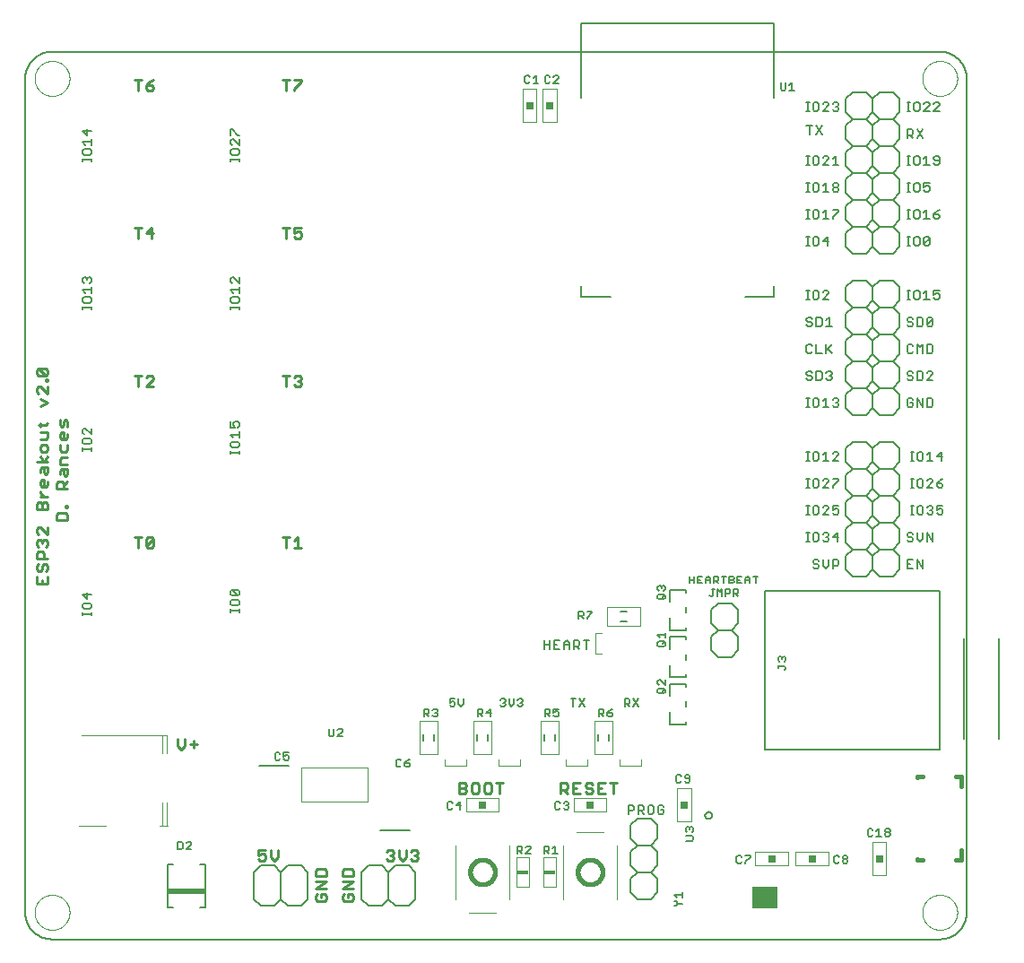
<source format=gto>
G75*
%MOIN*%
%OFA0B0*%
%FSLAX25Y25*%
%IPPOS*%
%LPD*%
%AMOC8*
5,1,8,0,0,1.08239X$1,22.5*
%
%ADD10C,0.00600*%
%ADD11C,0.00700*%
%ADD12C,0.01000*%
%ADD13C,0.00800*%
%ADD14R,0.02500X0.02500*%
%ADD15C,0.00276*%
%ADD16C,0.00315*%
%ADD17C,0.00500*%
%ADD18R,0.14000X0.02000*%
%ADD19C,0.00394*%
%ADD20C,0.00197*%
%ADD21R,0.03937X0.01575*%
%ADD22C,0.01600*%
%ADD23R,0.09449X0.07874*%
%ADD24C,0.00000*%
D10*
X0043933Y0038933D02*
X0373933Y0038933D01*
X0374175Y0038936D01*
X0374416Y0038945D01*
X0374657Y0038959D01*
X0374898Y0038980D01*
X0375138Y0039006D01*
X0375378Y0039038D01*
X0375617Y0039076D01*
X0375854Y0039119D01*
X0376091Y0039169D01*
X0376326Y0039224D01*
X0376560Y0039284D01*
X0376792Y0039351D01*
X0377023Y0039422D01*
X0377252Y0039500D01*
X0377479Y0039583D01*
X0377704Y0039671D01*
X0377927Y0039765D01*
X0378147Y0039864D01*
X0378365Y0039969D01*
X0378580Y0040078D01*
X0378793Y0040193D01*
X0379003Y0040313D01*
X0379209Y0040438D01*
X0379413Y0040568D01*
X0379614Y0040703D01*
X0379811Y0040843D01*
X0380005Y0040987D01*
X0380195Y0041136D01*
X0380381Y0041290D01*
X0380564Y0041448D01*
X0380743Y0041610D01*
X0380918Y0041777D01*
X0381089Y0041948D01*
X0381256Y0042123D01*
X0381418Y0042302D01*
X0381576Y0042485D01*
X0381730Y0042671D01*
X0381879Y0042861D01*
X0382023Y0043055D01*
X0382163Y0043252D01*
X0382298Y0043453D01*
X0382428Y0043657D01*
X0382553Y0043863D01*
X0382673Y0044073D01*
X0382788Y0044286D01*
X0382897Y0044501D01*
X0383002Y0044719D01*
X0383101Y0044939D01*
X0383195Y0045162D01*
X0383283Y0045387D01*
X0383366Y0045614D01*
X0383444Y0045843D01*
X0383515Y0046074D01*
X0383582Y0046306D01*
X0383642Y0046540D01*
X0383697Y0046775D01*
X0383747Y0047012D01*
X0383790Y0047249D01*
X0383828Y0047488D01*
X0383860Y0047728D01*
X0383886Y0047968D01*
X0383907Y0048209D01*
X0383921Y0048450D01*
X0383930Y0048691D01*
X0383933Y0048933D01*
X0383933Y0358933D01*
X0383930Y0359175D01*
X0383921Y0359416D01*
X0383907Y0359657D01*
X0383886Y0359898D01*
X0383860Y0360138D01*
X0383828Y0360378D01*
X0383790Y0360617D01*
X0383747Y0360854D01*
X0383697Y0361091D01*
X0383642Y0361326D01*
X0383582Y0361560D01*
X0383515Y0361792D01*
X0383444Y0362023D01*
X0383366Y0362252D01*
X0383283Y0362479D01*
X0383195Y0362704D01*
X0383101Y0362927D01*
X0383002Y0363147D01*
X0382897Y0363365D01*
X0382788Y0363580D01*
X0382673Y0363793D01*
X0382553Y0364003D01*
X0382428Y0364209D01*
X0382298Y0364413D01*
X0382163Y0364614D01*
X0382023Y0364811D01*
X0381879Y0365005D01*
X0381730Y0365195D01*
X0381576Y0365381D01*
X0381418Y0365564D01*
X0381256Y0365743D01*
X0381089Y0365918D01*
X0380918Y0366089D01*
X0380743Y0366256D01*
X0380564Y0366418D01*
X0380381Y0366576D01*
X0380195Y0366730D01*
X0380005Y0366879D01*
X0379811Y0367023D01*
X0379614Y0367163D01*
X0379413Y0367298D01*
X0379209Y0367428D01*
X0379003Y0367553D01*
X0378793Y0367673D01*
X0378580Y0367788D01*
X0378365Y0367897D01*
X0378147Y0368002D01*
X0377927Y0368101D01*
X0377704Y0368195D01*
X0377479Y0368283D01*
X0377252Y0368366D01*
X0377023Y0368444D01*
X0376792Y0368515D01*
X0376560Y0368582D01*
X0376326Y0368642D01*
X0376091Y0368697D01*
X0375854Y0368747D01*
X0375617Y0368790D01*
X0375378Y0368828D01*
X0375138Y0368860D01*
X0374898Y0368886D01*
X0374657Y0368907D01*
X0374416Y0368921D01*
X0374175Y0368930D01*
X0373933Y0368933D01*
X0043933Y0368933D01*
X0043691Y0368930D01*
X0043450Y0368921D01*
X0043209Y0368907D01*
X0042968Y0368886D01*
X0042728Y0368860D01*
X0042488Y0368828D01*
X0042249Y0368790D01*
X0042012Y0368747D01*
X0041775Y0368697D01*
X0041540Y0368642D01*
X0041306Y0368582D01*
X0041074Y0368515D01*
X0040843Y0368444D01*
X0040614Y0368366D01*
X0040387Y0368283D01*
X0040162Y0368195D01*
X0039939Y0368101D01*
X0039719Y0368002D01*
X0039501Y0367897D01*
X0039286Y0367788D01*
X0039073Y0367673D01*
X0038863Y0367553D01*
X0038657Y0367428D01*
X0038453Y0367298D01*
X0038252Y0367163D01*
X0038055Y0367023D01*
X0037861Y0366879D01*
X0037671Y0366730D01*
X0037485Y0366576D01*
X0037302Y0366418D01*
X0037123Y0366256D01*
X0036948Y0366089D01*
X0036777Y0365918D01*
X0036610Y0365743D01*
X0036448Y0365564D01*
X0036290Y0365381D01*
X0036136Y0365195D01*
X0035987Y0365005D01*
X0035843Y0364811D01*
X0035703Y0364614D01*
X0035568Y0364413D01*
X0035438Y0364209D01*
X0035313Y0364003D01*
X0035193Y0363793D01*
X0035078Y0363580D01*
X0034969Y0363365D01*
X0034864Y0363147D01*
X0034765Y0362927D01*
X0034671Y0362704D01*
X0034583Y0362479D01*
X0034500Y0362252D01*
X0034422Y0362023D01*
X0034351Y0361792D01*
X0034284Y0361560D01*
X0034224Y0361326D01*
X0034169Y0361091D01*
X0034119Y0360854D01*
X0034076Y0360617D01*
X0034038Y0360378D01*
X0034006Y0360138D01*
X0033980Y0359898D01*
X0033959Y0359657D01*
X0033945Y0359416D01*
X0033936Y0359175D01*
X0033933Y0358933D01*
X0033933Y0048933D01*
X0033936Y0048691D01*
X0033945Y0048450D01*
X0033959Y0048209D01*
X0033980Y0047968D01*
X0034006Y0047728D01*
X0034038Y0047488D01*
X0034076Y0047249D01*
X0034119Y0047012D01*
X0034169Y0046775D01*
X0034224Y0046540D01*
X0034284Y0046306D01*
X0034351Y0046074D01*
X0034422Y0045843D01*
X0034500Y0045614D01*
X0034583Y0045387D01*
X0034671Y0045162D01*
X0034765Y0044939D01*
X0034864Y0044719D01*
X0034969Y0044501D01*
X0035078Y0044286D01*
X0035193Y0044073D01*
X0035313Y0043863D01*
X0035438Y0043657D01*
X0035568Y0043453D01*
X0035703Y0043252D01*
X0035843Y0043055D01*
X0035987Y0042861D01*
X0036136Y0042671D01*
X0036290Y0042485D01*
X0036448Y0042302D01*
X0036610Y0042123D01*
X0036777Y0041948D01*
X0036948Y0041777D01*
X0037123Y0041610D01*
X0037302Y0041448D01*
X0037485Y0041290D01*
X0037671Y0041136D01*
X0037861Y0040987D01*
X0038055Y0040843D01*
X0038252Y0040703D01*
X0038453Y0040568D01*
X0038657Y0040438D01*
X0038863Y0040313D01*
X0039073Y0040193D01*
X0039286Y0040078D01*
X0039501Y0039969D01*
X0039719Y0039864D01*
X0039939Y0039765D01*
X0040162Y0039671D01*
X0040387Y0039583D01*
X0040614Y0039500D01*
X0040843Y0039422D01*
X0041074Y0039351D01*
X0041306Y0039284D01*
X0041540Y0039224D01*
X0041775Y0039169D01*
X0042012Y0039119D01*
X0042249Y0039076D01*
X0042488Y0039038D01*
X0042728Y0039006D01*
X0042968Y0038980D01*
X0043209Y0038959D01*
X0043450Y0038945D01*
X0043691Y0038936D01*
X0043933Y0038933D01*
X0118933Y0053933D02*
X0118933Y0063933D01*
X0121433Y0066433D01*
X0126433Y0066433D01*
X0128933Y0063933D01*
X0131433Y0066433D01*
X0136433Y0066433D01*
X0138933Y0063933D01*
X0138933Y0053933D01*
X0136433Y0051433D01*
X0131433Y0051433D01*
X0128933Y0053933D01*
X0126433Y0051433D01*
X0121433Y0051433D01*
X0118933Y0053933D01*
X0128933Y0053933D02*
X0128933Y0063933D01*
X0158933Y0063933D02*
X0158933Y0053933D01*
X0161433Y0051433D01*
X0166433Y0051433D01*
X0168933Y0053933D01*
X0171433Y0051433D01*
X0176433Y0051433D01*
X0178933Y0053933D01*
X0178933Y0063933D01*
X0176433Y0066433D01*
X0171433Y0066433D01*
X0168933Y0063933D01*
X0168933Y0053933D01*
X0168933Y0063933D02*
X0166433Y0066433D01*
X0161433Y0066433D01*
X0158933Y0063933D01*
X0258933Y0061433D02*
X0258933Y0056433D01*
X0261433Y0053933D01*
X0266433Y0053933D01*
X0268933Y0056433D01*
X0268933Y0061433D01*
X0266433Y0063933D01*
X0268933Y0066433D01*
X0268933Y0071433D01*
X0266433Y0073933D01*
X0268933Y0076433D01*
X0268933Y0081433D01*
X0266433Y0083933D01*
X0261433Y0083933D01*
X0258933Y0081433D01*
X0258933Y0076433D01*
X0261433Y0073933D01*
X0266433Y0073933D01*
X0261433Y0073933D02*
X0258933Y0071433D01*
X0258933Y0066433D01*
X0261433Y0063933D01*
X0266433Y0063933D01*
X0261433Y0063933D02*
X0258933Y0061433D01*
X0291433Y0143933D02*
X0288933Y0146433D01*
X0288933Y0151433D01*
X0291433Y0153933D01*
X0288933Y0156433D01*
X0288933Y0161433D01*
X0291433Y0163933D01*
X0296433Y0163933D01*
X0298933Y0161433D01*
X0298933Y0156433D01*
X0296433Y0153933D01*
X0298933Y0151433D01*
X0298933Y0146433D01*
X0296433Y0143933D01*
X0291433Y0143933D01*
X0291433Y0153933D02*
X0296433Y0153933D01*
X0297180Y0166483D02*
X0297180Y0169085D01*
X0298481Y0169085D01*
X0298914Y0168652D01*
X0298914Y0167784D01*
X0298481Y0167350D01*
X0297180Y0167350D01*
X0298047Y0167350D02*
X0298914Y0166483D01*
X0295968Y0167784D02*
X0295534Y0167350D01*
X0294233Y0167350D01*
X0294233Y0166483D02*
X0294233Y0169085D01*
X0295534Y0169085D01*
X0295968Y0168652D01*
X0295968Y0167784D01*
X0293021Y0169085D02*
X0293021Y0166483D01*
X0291287Y0166483D02*
X0291287Y0169085D01*
X0292154Y0168218D01*
X0293021Y0169085D01*
X0293627Y0171283D02*
X0293627Y0173885D01*
X0292760Y0173885D02*
X0294495Y0173885D01*
X0295706Y0173885D02*
X0297007Y0173885D01*
X0297441Y0173452D01*
X0297441Y0173018D01*
X0297007Y0172584D01*
X0295706Y0172584D01*
X0295706Y0171283D02*
X0295706Y0173885D01*
X0297007Y0172584D02*
X0297441Y0172150D01*
X0297441Y0171717D01*
X0297007Y0171283D01*
X0295706Y0171283D01*
X0298653Y0171283D02*
X0298653Y0173885D01*
X0300388Y0173885D01*
X0301599Y0173018D02*
X0302467Y0173885D01*
X0303334Y0173018D01*
X0303334Y0171283D01*
X0303334Y0172584D02*
X0301599Y0172584D01*
X0301599Y0173018D02*
X0301599Y0171283D01*
X0300388Y0171283D02*
X0298653Y0171283D01*
X0298653Y0172584D02*
X0299520Y0172584D01*
X0304546Y0173885D02*
X0306281Y0173885D01*
X0305413Y0173885D02*
X0305413Y0171283D01*
X0291548Y0171283D02*
X0290681Y0172150D01*
X0291114Y0172150D02*
X0289813Y0172150D01*
X0289813Y0171283D02*
X0289813Y0173885D01*
X0291114Y0173885D01*
X0291548Y0173452D01*
X0291548Y0172584D01*
X0291114Y0172150D01*
X0288602Y0172584D02*
X0286867Y0172584D01*
X0286867Y0173018D02*
X0287734Y0173885D01*
X0288602Y0173018D01*
X0288602Y0171283D01*
X0286867Y0171283D02*
X0286867Y0173018D01*
X0285655Y0173885D02*
X0283920Y0173885D01*
X0283920Y0171283D01*
X0285655Y0171283D01*
X0284788Y0172584D02*
X0283920Y0172584D01*
X0282709Y0172584D02*
X0280974Y0172584D01*
X0280974Y0171283D02*
X0280974Y0173885D01*
X0282709Y0173885D02*
X0282709Y0171283D01*
X0289207Y0169085D02*
X0290075Y0169085D01*
X0289641Y0169085D02*
X0289641Y0166917D01*
X0289207Y0166483D01*
X0288774Y0166483D01*
X0288340Y0166917D01*
X0338933Y0176433D02*
X0338933Y0181433D01*
X0341433Y0183933D01*
X0338933Y0186433D01*
X0338933Y0191433D01*
X0341433Y0193933D01*
X0338933Y0196433D01*
X0338933Y0201433D01*
X0341433Y0203933D01*
X0338933Y0206433D01*
X0338933Y0211433D01*
X0341433Y0213933D01*
X0338933Y0216433D01*
X0338933Y0221433D01*
X0341433Y0223933D01*
X0346433Y0223933D01*
X0348933Y0221433D01*
X0348933Y0216433D01*
X0351433Y0213933D01*
X0348933Y0211433D01*
X0348933Y0206433D01*
X0351433Y0203933D01*
X0348933Y0201433D01*
X0348933Y0196433D01*
X0351433Y0193933D01*
X0348933Y0191433D01*
X0348933Y0186433D01*
X0351433Y0183933D01*
X0348933Y0181433D01*
X0348933Y0176433D01*
X0351433Y0173933D01*
X0356433Y0173933D01*
X0358933Y0176433D01*
X0358933Y0181433D01*
X0356433Y0183933D01*
X0351433Y0183933D01*
X0348933Y0181433D02*
X0346433Y0183933D01*
X0341433Y0183933D01*
X0346433Y0183933D02*
X0348933Y0186433D01*
X0348933Y0191433D02*
X0346433Y0193933D01*
X0341433Y0193933D01*
X0346433Y0193933D02*
X0348933Y0196433D01*
X0351433Y0193933D02*
X0356433Y0193933D01*
X0358933Y0191433D01*
X0358933Y0186433D01*
X0356433Y0183933D01*
X0356433Y0193933D02*
X0358933Y0196433D01*
X0358933Y0201433D01*
X0356433Y0203933D01*
X0351433Y0203933D01*
X0348933Y0201433D02*
X0346433Y0203933D01*
X0341433Y0203933D01*
X0346433Y0203933D02*
X0348933Y0206433D01*
X0348933Y0211433D02*
X0346433Y0213933D01*
X0341433Y0213933D01*
X0346433Y0213933D02*
X0348933Y0216433D01*
X0351433Y0213933D02*
X0356433Y0213933D01*
X0358933Y0211433D01*
X0358933Y0206433D01*
X0356433Y0203933D01*
X0356433Y0213933D02*
X0358933Y0216433D01*
X0358933Y0221433D01*
X0356433Y0223933D01*
X0351433Y0223933D01*
X0348933Y0221433D01*
X0346433Y0233933D02*
X0341433Y0233933D01*
X0338933Y0236433D01*
X0338933Y0241433D01*
X0341433Y0243933D01*
X0338933Y0246433D01*
X0338933Y0251433D01*
X0341433Y0253933D01*
X0338933Y0256433D01*
X0338933Y0261433D01*
X0341433Y0263933D01*
X0338933Y0266433D01*
X0338933Y0271433D01*
X0341433Y0273933D01*
X0338933Y0276433D01*
X0338933Y0281433D01*
X0341433Y0283933D01*
X0346433Y0283933D01*
X0348933Y0281433D01*
X0348933Y0276433D01*
X0351433Y0273933D01*
X0348933Y0271433D01*
X0348933Y0266433D01*
X0351433Y0263933D01*
X0348933Y0261433D01*
X0348933Y0256433D01*
X0351433Y0253933D01*
X0348933Y0251433D01*
X0348933Y0246433D01*
X0351433Y0243933D01*
X0348933Y0241433D01*
X0348933Y0236433D01*
X0351433Y0233933D01*
X0356433Y0233933D01*
X0358933Y0236433D01*
X0358933Y0241433D01*
X0356433Y0243933D01*
X0351433Y0243933D01*
X0348933Y0241433D02*
X0346433Y0243933D01*
X0341433Y0243933D01*
X0346433Y0243933D02*
X0348933Y0246433D01*
X0348933Y0251433D02*
X0346433Y0253933D01*
X0341433Y0253933D01*
X0346433Y0253933D02*
X0348933Y0256433D01*
X0351433Y0253933D02*
X0356433Y0253933D01*
X0358933Y0251433D01*
X0358933Y0246433D01*
X0356433Y0243933D01*
X0356433Y0253933D02*
X0358933Y0256433D01*
X0358933Y0261433D01*
X0356433Y0263933D01*
X0351433Y0263933D01*
X0348933Y0261433D02*
X0346433Y0263933D01*
X0341433Y0263933D01*
X0346433Y0263933D02*
X0348933Y0266433D01*
X0348933Y0271433D02*
X0346433Y0273933D01*
X0341433Y0273933D01*
X0346433Y0273933D02*
X0348933Y0276433D01*
X0351433Y0273933D02*
X0356433Y0273933D01*
X0358933Y0271433D01*
X0358933Y0266433D01*
X0356433Y0263933D01*
X0356433Y0273933D02*
X0358933Y0276433D01*
X0358933Y0281433D01*
X0356433Y0283933D01*
X0351433Y0283933D01*
X0348933Y0281433D01*
X0346433Y0293933D02*
X0341433Y0293933D01*
X0338933Y0296433D01*
X0338933Y0301433D01*
X0341433Y0303933D01*
X0338933Y0306433D01*
X0338933Y0311433D01*
X0341433Y0313933D01*
X0338933Y0316433D01*
X0338933Y0321433D01*
X0341433Y0323933D01*
X0338933Y0326433D01*
X0338933Y0331433D01*
X0341433Y0333933D01*
X0338933Y0336433D01*
X0338933Y0341433D01*
X0341433Y0343933D01*
X0338933Y0346433D01*
X0338933Y0351433D01*
X0341433Y0353933D01*
X0346433Y0353933D01*
X0348933Y0351433D01*
X0348933Y0346433D01*
X0346433Y0343933D01*
X0348933Y0341433D01*
X0348933Y0336433D01*
X0346433Y0333933D01*
X0348933Y0331433D01*
X0348933Y0326433D01*
X0346433Y0323933D01*
X0348933Y0321433D01*
X0348933Y0316433D01*
X0346433Y0313933D01*
X0348933Y0311433D01*
X0348933Y0306433D01*
X0346433Y0303933D01*
X0348933Y0301433D01*
X0348933Y0296433D01*
X0346433Y0293933D01*
X0348933Y0296433D02*
X0351433Y0293933D01*
X0356433Y0293933D01*
X0358933Y0296433D01*
X0358933Y0301433D01*
X0356433Y0303933D01*
X0358933Y0306433D01*
X0358933Y0311433D01*
X0356433Y0313933D01*
X0358933Y0316433D01*
X0358933Y0321433D01*
X0356433Y0323933D01*
X0358933Y0326433D01*
X0358933Y0331433D01*
X0356433Y0333933D01*
X0358933Y0336433D01*
X0358933Y0341433D01*
X0356433Y0343933D01*
X0358933Y0346433D01*
X0358933Y0351433D01*
X0356433Y0353933D01*
X0351433Y0353933D01*
X0348933Y0351433D01*
X0348933Y0346433D02*
X0351433Y0343933D01*
X0356433Y0343933D01*
X0351433Y0343933D02*
X0348933Y0341433D01*
X0346433Y0343933D02*
X0341433Y0343933D01*
X0348933Y0336433D02*
X0351433Y0333933D01*
X0356433Y0333933D01*
X0351433Y0333933D02*
X0348933Y0331433D01*
X0346433Y0333933D02*
X0341433Y0333933D01*
X0341433Y0323933D02*
X0346433Y0323933D01*
X0348933Y0321433D02*
X0351433Y0323933D01*
X0348933Y0326433D01*
X0351433Y0323933D02*
X0356433Y0323933D01*
X0348933Y0316433D02*
X0351433Y0313933D01*
X0356433Y0313933D01*
X0351433Y0313933D02*
X0348933Y0311433D01*
X0346433Y0313933D02*
X0341433Y0313933D01*
X0348933Y0306433D02*
X0351433Y0303933D01*
X0356433Y0303933D01*
X0351433Y0303933D02*
X0348933Y0301433D01*
X0346433Y0303933D02*
X0341433Y0303933D01*
X0348933Y0236433D02*
X0346433Y0233933D01*
X0348933Y0176433D02*
X0346433Y0173933D01*
X0341433Y0173933D01*
X0338933Y0176433D01*
D11*
X0316226Y0144069D02*
X0315759Y0144069D01*
X0315292Y0143602D01*
X0315292Y0143135D01*
X0315292Y0143602D02*
X0314825Y0144069D01*
X0314358Y0144069D01*
X0313891Y0143602D01*
X0313891Y0142668D01*
X0314358Y0142201D01*
X0313891Y0140846D02*
X0313891Y0139912D01*
X0313891Y0140379D02*
X0316226Y0140379D01*
X0316693Y0139912D01*
X0316693Y0139445D01*
X0316226Y0138978D01*
X0316226Y0142201D02*
X0316693Y0142668D01*
X0316693Y0143602D01*
X0316226Y0144069D01*
X0280502Y0100038D02*
X0279567Y0100038D01*
X0279100Y0099571D01*
X0279100Y0099104D01*
X0279567Y0098637D01*
X0280969Y0098637D01*
X0280969Y0097703D02*
X0280969Y0099571D01*
X0280502Y0100038D01*
X0280969Y0097703D02*
X0280502Y0097236D01*
X0279567Y0097236D01*
X0279100Y0097703D01*
X0277746Y0097703D02*
X0277279Y0097236D01*
X0276345Y0097236D01*
X0275878Y0097703D01*
X0275878Y0099571D01*
X0276345Y0100038D01*
X0277279Y0100038D01*
X0277746Y0099571D01*
X0279998Y0080624D02*
X0280465Y0080624D01*
X0280932Y0080157D01*
X0281399Y0080624D01*
X0281866Y0080624D01*
X0282333Y0080157D01*
X0282333Y0079223D01*
X0281866Y0078756D01*
X0280932Y0079690D02*
X0280932Y0080157D01*
X0279998Y0080624D02*
X0279531Y0080157D01*
X0279531Y0079223D01*
X0279998Y0078756D01*
X0279531Y0077401D02*
X0281866Y0077401D01*
X0282333Y0076934D01*
X0282333Y0076000D01*
X0281866Y0075533D01*
X0279531Y0075533D01*
X0278071Y0056402D02*
X0278071Y0054533D01*
X0278071Y0055468D02*
X0275269Y0055468D01*
X0276203Y0054533D01*
X0275736Y0053179D02*
X0275269Y0053179D01*
X0275736Y0053179D02*
X0276670Y0052245D01*
X0278071Y0052245D01*
X0276670Y0052245D02*
X0275736Y0051311D01*
X0275269Y0051311D01*
X0298378Y0067703D02*
X0298845Y0067236D01*
X0299779Y0067236D01*
X0300246Y0067703D01*
X0301600Y0067703D02*
X0301600Y0067236D01*
X0301600Y0067703D02*
X0303469Y0069571D01*
X0303469Y0070038D01*
X0301600Y0070038D01*
X0300246Y0069571D02*
X0299779Y0070038D01*
X0298845Y0070038D01*
X0298378Y0069571D01*
X0298378Y0067703D01*
X0334628Y0067703D02*
X0335095Y0067236D01*
X0336029Y0067236D01*
X0336496Y0067703D01*
X0337850Y0067703D02*
X0337850Y0068170D01*
X0338317Y0068637D01*
X0339252Y0068637D01*
X0339719Y0068170D01*
X0339719Y0067703D01*
X0339252Y0067236D01*
X0338317Y0067236D01*
X0337850Y0067703D01*
X0338317Y0068637D02*
X0337850Y0069104D01*
X0337850Y0069571D01*
X0338317Y0070038D01*
X0339252Y0070038D01*
X0339719Y0069571D01*
X0339719Y0069104D01*
X0339252Y0068637D01*
X0336496Y0069571D02*
X0336029Y0070038D01*
X0335095Y0070038D01*
X0334628Y0069571D01*
X0334628Y0067703D01*
X0347128Y0077703D02*
X0347595Y0077236D01*
X0348529Y0077236D01*
X0348996Y0077703D01*
X0350350Y0077236D02*
X0352219Y0077236D01*
X0351284Y0077236D02*
X0351284Y0080038D01*
X0350350Y0079104D01*
X0348996Y0079571D02*
X0348529Y0080038D01*
X0347595Y0080038D01*
X0347128Y0079571D01*
X0347128Y0077703D01*
X0353573Y0077703D02*
X0353573Y0078170D01*
X0354040Y0078637D01*
X0354974Y0078637D01*
X0355441Y0078170D01*
X0355441Y0077703D01*
X0354974Y0077236D01*
X0354040Y0077236D01*
X0353573Y0077703D01*
X0354040Y0078637D02*
X0353573Y0079104D01*
X0353573Y0079571D01*
X0354040Y0080038D01*
X0354974Y0080038D01*
X0355441Y0079571D01*
X0355441Y0079104D01*
X0354974Y0078637D01*
X0271833Y0130750D02*
X0271366Y0130283D01*
X0269498Y0130283D01*
X0269031Y0130750D01*
X0269031Y0131684D01*
X0269498Y0132151D01*
X0271366Y0132151D01*
X0271833Y0131684D01*
X0271833Y0130750D01*
X0270899Y0131217D02*
X0271833Y0132151D01*
X0271833Y0133506D02*
X0269965Y0135374D01*
X0269498Y0135374D01*
X0269031Y0134907D01*
X0269031Y0133973D01*
X0269498Y0133506D01*
X0271833Y0133506D02*
X0271833Y0135374D01*
X0261874Y0128335D02*
X0260006Y0125533D01*
X0258651Y0125533D02*
X0257717Y0126467D01*
X0258184Y0126467D02*
X0256783Y0126467D01*
X0256783Y0125533D02*
X0256783Y0128335D01*
X0258184Y0128335D01*
X0258651Y0127868D01*
X0258651Y0126934D01*
X0258184Y0126467D01*
X0260006Y0128335D02*
X0261874Y0125533D01*
X0252219Y0124576D02*
X0251284Y0124109D01*
X0250350Y0123174D01*
X0251752Y0123174D01*
X0252219Y0122707D01*
X0252219Y0122240D01*
X0251752Y0121773D01*
X0250817Y0121773D01*
X0250350Y0122240D01*
X0250350Y0123174D01*
X0248996Y0123174D02*
X0248529Y0122707D01*
X0247128Y0122707D01*
X0248062Y0122707D02*
X0248996Y0121773D01*
X0248996Y0123174D02*
X0248996Y0124109D01*
X0248529Y0124576D01*
X0247128Y0124576D01*
X0247128Y0121773D01*
X0241874Y0125533D02*
X0240006Y0128335D01*
X0238651Y0128335D02*
X0236783Y0128335D01*
X0237717Y0128335D02*
X0237717Y0125533D01*
X0240006Y0125533D02*
X0241874Y0128335D01*
X0232219Y0124576D02*
X0230350Y0124576D01*
X0230350Y0123174D01*
X0231284Y0123641D01*
X0231752Y0123641D01*
X0232219Y0123174D01*
X0232219Y0122240D01*
X0231752Y0121773D01*
X0230817Y0121773D01*
X0230350Y0122240D01*
X0228996Y0121773D02*
X0228062Y0122707D01*
X0228529Y0122707D02*
X0227128Y0122707D01*
X0227128Y0121773D02*
X0227128Y0124576D01*
X0228529Y0124576D01*
X0228996Y0124109D01*
X0228996Y0123174D01*
X0228529Y0122707D01*
X0218847Y0126000D02*
X0218380Y0125533D01*
X0217446Y0125533D01*
X0216979Y0126000D01*
X0217913Y0126934D02*
X0218380Y0126934D01*
X0218847Y0126467D01*
X0218847Y0126000D01*
X0218380Y0126934D02*
X0218847Y0127401D01*
X0218847Y0127868D01*
X0218380Y0128335D01*
X0217446Y0128335D01*
X0216979Y0127868D01*
X0215624Y0128335D02*
X0215624Y0126467D01*
X0214690Y0125533D01*
X0213756Y0126467D01*
X0213756Y0128335D01*
X0212401Y0127868D02*
X0212401Y0127401D01*
X0211934Y0126934D01*
X0212401Y0126467D01*
X0212401Y0126000D01*
X0211934Y0125533D01*
X0211000Y0125533D01*
X0210533Y0126000D01*
X0211467Y0126934D02*
X0211934Y0126934D01*
X0212401Y0127868D02*
X0211934Y0128335D01*
X0211000Y0128335D01*
X0210533Y0127868D01*
X0206752Y0124576D02*
X0205350Y0123174D01*
X0207219Y0123174D01*
X0206752Y0121773D02*
X0206752Y0124576D01*
X0203996Y0124109D02*
X0203996Y0123174D01*
X0203529Y0122707D01*
X0202128Y0122707D01*
X0203062Y0122707D02*
X0203996Y0121773D01*
X0202128Y0121773D02*
X0202128Y0124576D01*
X0203529Y0124576D01*
X0203996Y0124109D01*
X0196874Y0126467D02*
X0196874Y0128335D01*
X0196874Y0126467D02*
X0195940Y0125533D01*
X0195006Y0126467D01*
X0195006Y0128335D01*
X0193651Y0128335D02*
X0191783Y0128335D01*
X0191783Y0126934D01*
X0192717Y0127401D01*
X0193184Y0127401D01*
X0193651Y0126934D01*
X0193651Y0126000D01*
X0193184Y0125533D01*
X0192250Y0125533D01*
X0191783Y0126000D01*
X0187219Y0124109D02*
X0187219Y0123641D01*
X0186752Y0123174D01*
X0187219Y0122707D01*
X0187219Y0122240D01*
X0186752Y0121773D01*
X0185817Y0121773D01*
X0185350Y0122240D01*
X0186284Y0123174D02*
X0186752Y0123174D01*
X0187219Y0124109D02*
X0186752Y0124576D01*
X0185817Y0124576D01*
X0185350Y0124109D01*
X0183996Y0124109D02*
X0183996Y0123174D01*
X0183529Y0122707D01*
X0182128Y0122707D01*
X0183062Y0122707D02*
X0183996Y0121773D01*
X0182128Y0121773D02*
X0182128Y0124576D01*
X0183529Y0124576D01*
X0183996Y0124109D01*
X0176874Y0105835D02*
X0175940Y0105368D01*
X0175006Y0104434D01*
X0176407Y0104434D01*
X0176874Y0103967D01*
X0176874Y0103500D01*
X0176407Y0103033D01*
X0175473Y0103033D01*
X0175006Y0103500D01*
X0175006Y0104434D01*
X0173651Y0103500D02*
X0173184Y0103033D01*
X0172250Y0103033D01*
X0171783Y0103500D01*
X0171783Y0105368D01*
X0172250Y0105835D01*
X0173184Y0105835D01*
X0173651Y0105368D01*
X0190878Y0089571D02*
X0190878Y0087703D01*
X0191345Y0087236D01*
X0192279Y0087236D01*
X0192746Y0087703D01*
X0194100Y0088637D02*
X0195969Y0088637D01*
X0195502Y0087236D02*
X0195502Y0090038D01*
X0194100Y0088637D01*
X0192746Y0089571D02*
X0192279Y0090038D01*
X0191345Y0090038D01*
X0190878Y0089571D01*
X0216793Y0073591D02*
X0216793Y0070789D01*
X0216793Y0071723D02*
X0218194Y0071723D01*
X0218661Y0072190D01*
X0218661Y0073124D01*
X0218194Y0073591D01*
X0216793Y0073591D01*
X0217727Y0071723D02*
X0218661Y0070789D01*
X0220016Y0070789D02*
X0221884Y0072657D01*
X0221884Y0073124D01*
X0221417Y0073591D01*
X0220483Y0073591D01*
X0220016Y0073124D01*
X0220016Y0070789D02*
X0221884Y0070789D01*
X0226793Y0070789D02*
X0226793Y0073591D01*
X0228194Y0073591D01*
X0228661Y0073124D01*
X0228661Y0072190D01*
X0228194Y0071723D01*
X0226793Y0071723D01*
X0227727Y0071723D02*
X0228661Y0070789D01*
X0230016Y0070789D02*
X0231884Y0070789D01*
X0230950Y0070789D02*
X0230950Y0073591D01*
X0230016Y0072657D01*
X0231345Y0087236D02*
X0232279Y0087236D01*
X0232746Y0087703D01*
X0234100Y0087703D02*
X0234567Y0087236D01*
X0235502Y0087236D01*
X0235969Y0087703D01*
X0235969Y0088170D01*
X0235502Y0088637D01*
X0235034Y0088637D01*
X0235502Y0088637D02*
X0235969Y0089104D01*
X0235969Y0089571D01*
X0235502Y0090038D01*
X0234567Y0090038D01*
X0234100Y0089571D01*
X0232746Y0089571D02*
X0232279Y0090038D01*
X0231345Y0090038D01*
X0230878Y0089571D01*
X0230878Y0087703D01*
X0231345Y0087236D01*
X0269498Y0147783D02*
X0269031Y0148250D01*
X0269031Y0149184D01*
X0269498Y0149651D01*
X0271366Y0149651D01*
X0271833Y0149184D01*
X0271833Y0148250D01*
X0271366Y0147783D01*
X0269498Y0147783D01*
X0270899Y0148717D02*
X0271833Y0149651D01*
X0271833Y0151006D02*
X0271833Y0152874D01*
X0271833Y0151940D02*
X0269031Y0151940D01*
X0269965Y0151006D01*
X0269498Y0165283D02*
X0269031Y0165750D01*
X0269031Y0166684D01*
X0269498Y0167151D01*
X0271366Y0167151D01*
X0271833Y0166684D01*
X0271833Y0165750D01*
X0271366Y0165283D01*
X0269498Y0165283D01*
X0270899Y0166217D02*
X0271833Y0167151D01*
X0271366Y0168506D02*
X0271833Y0168973D01*
X0271833Y0169907D01*
X0271366Y0170374D01*
X0270899Y0170374D01*
X0270432Y0169907D01*
X0270432Y0169440D01*
X0270432Y0169907D02*
X0269965Y0170374D01*
X0269498Y0170374D01*
X0269031Y0169907D01*
X0269031Y0168973D01*
X0269498Y0168506D01*
X0244719Y0160826D02*
X0244719Y0160359D01*
X0242850Y0158490D01*
X0242850Y0158023D01*
X0241496Y0158023D02*
X0240562Y0158957D01*
X0241029Y0158957D02*
X0239628Y0158957D01*
X0239628Y0158023D02*
X0239628Y0160826D01*
X0241029Y0160826D01*
X0241496Y0160359D01*
X0241496Y0159424D01*
X0241029Y0158957D01*
X0242850Y0160826D02*
X0244719Y0160826D01*
X0151874Y0116618D02*
X0151407Y0117085D01*
X0150473Y0117085D01*
X0150006Y0116618D01*
X0148651Y0117085D02*
X0148651Y0114750D01*
X0148184Y0114283D01*
X0147250Y0114283D01*
X0146783Y0114750D01*
X0146783Y0117085D01*
X0150006Y0114283D02*
X0151874Y0116151D01*
X0151874Y0116618D01*
X0151874Y0114283D02*
X0150006Y0114283D01*
X0131874Y0108335D02*
X0130006Y0108335D01*
X0130006Y0106934D01*
X0130940Y0107401D01*
X0131407Y0107401D01*
X0131874Y0106934D01*
X0131874Y0106000D01*
X0131407Y0105533D01*
X0130473Y0105533D01*
X0130006Y0106000D01*
X0128651Y0106000D02*
X0128184Y0105533D01*
X0127250Y0105533D01*
X0126783Y0106000D01*
X0126783Y0107868D01*
X0127250Y0108335D01*
X0128184Y0108335D01*
X0128651Y0107868D01*
X0095624Y0074618D02*
X0095157Y0075085D01*
X0094223Y0075085D01*
X0093756Y0074618D01*
X0092401Y0074618D02*
X0091934Y0075085D01*
X0090533Y0075085D01*
X0090533Y0072283D01*
X0091934Y0072283D01*
X0092401Y0072750D01*
X0092401Y0074618D01*
X0093756Y0072283D02*
X0095624Y0074151D01*
X0095624Y0074618D01*
X0095624Y0072283D02*
X0093756Y0072283D01*
X0220095Y0357236D02*
X0221029Y0357236D01*
X0221496Y0357703D01*
X0222850Y0357236D02*
X0224719Y0357236D01*
X0223784Y0357236D02*
X0223784Y0360038D01*
X0222850Y0359104D01*
X0221496Y0359571D02*
X0221029Y0360038D01*
X0220095Y0360038D01*
X0219628Y0359571D01*
X0219628Y0357703D01*
X0220095Y0357236D01*
X0227128Y0357703D02*
X0227595Y0357236D01*
X0228529Y0357236D01*
X0228996Y0357703D01*
X0230350Y0357236D02*
X0232219Y0359104D01*
X0232219Y0359571D01*
X0231752Y0360038D01*
X0230817Y0360038D01*
X0230350Y0359571D01*
X0228996Y0359571D02*
X0228529Y0360038D01*
X0227595Y0360038D01*
X0227128Y0359571D01*
X0227128Y0357703D01*
X0230350Y0357236D02*
X0232219Y0357236D01*
X0314810Y0357284D02*
X0314810Y0354949D01*
X0315277Y0354482D01*
X0316212Y0354482D01*
X0316679Y0354949D01*
X0316679Y0357284D01*
X0318033Y0356350D02*
X0318967Y0357284D01*
X0318967Y0354482D01*
X0318033Y0354482D02*
X0319901Y0354482D01*
D12*
X0136706Y0357769D02*
X0134037Y0355100D01*
X0134037Y0354433D01*
X0130768Y0354433D02*
X0130768Y0358436D01*
X0132102Y0358436D02*
X0129433Y0358436D01*
X0134037Y0358436D02*
X0136706Y0358436D01*
X0136706Y0357769D01*
X0136706Y0303436D02*
X0134037Y0303436D01*
X0134037Y0301435D01*
X0135371Y0302102D01*
X0136039Y0302102D01*
X0136706Y0301435D01*
X0136706Y0300100D01*
X0136039Y0299433D01*
X0134704Y0299433D01*
X0134037Y0300100D01*
X0130768Y0299433D02*
X0130768Y0303436D01*
X0132102Y0303436D02*
X0129433Y0303436D01*
X0081706Y0301435D02*
X0079037Y0301435D01*
X0081039Y0303436D01*
X0081039Y0299433D01*
X0077102Y0303436D02*
X0074433Y0303436D01*
X0075768Y0303436D02*
X0075768Y0299433D01*
X0041516Y0251248D02*
X0038847Y0251248D01*
X0041516Y0248579D01*
X0042183Y0249246D01*
X0042183Y0250580D01*
X0041516Y0251248D01*
X0038847Y0251248D02*
X0038180Y0250580D01*
X0038180Y0249246D01*
X0038847Y0248579D01*
X0041516Y0248579D01*
X0041516Y0246944D02*
X0042183Y0246944D01*
X0042183Y0246277D01*
X0041516Y0246277D01*
X0041516Y0246944D01*
X0042183Y0244342D02*
X0042183Y0241673D01*
X0039514Y0244342D01*
X0038847Y0244342D01*
X0038180Y0243675D01*
X0038180Y0242340D01*
X0038847Y0241673D01*
X0039514Y0239738D02*
X0042183Y0238403D01*
X0039514Y0237069D01*
X0039514Y0230730D02*
X0039514Y0229396D01*
X0038847Y0230063D02*
X0041516Y0230063D01*
X0042183Y0230730D01*
X0042183Y0227461D02*
X0039514Y0227461D01*
X0042183Y0227461D02*
X0042183Y0225459D01*
X0041516Y0224792D01*
X0039514Y0224792D01*
X0040181Y0222857D02*
X0039514Y0222190D01*
X0039514Y0220855D01*
X0040181Y0220188D01*
X0041516Y0220188D01*
X0042183Y0220855D01*
X0042183Y0222190D01*
X0041516Y0222857D01*
X0040181Y0222857D01*
X0039514Y0218353D02*
X0040849Y0216351D01*
X0042183Y0218353D01*
X0042183Y0216351D02*
X0038180Y0216351D01*
X0040181Y0214416D02*
X0039514Y0213749D01*
X0039514Y0212415D01*
X0040849Y0212415D02*
X0040849Y0214416D01*
X0040181Y0214416D02*
X0042183Y0214416D01*
X0042183Y0212415D01*
X0041516Y0211747D01*
X0040849Y0212415D01*
X0040849Y0209812D02*
X0040849Y0207143D01*
X0041516Y0207143D02*
X0040181Y0207143D01*
X0039514Y0207811D01*
X0039514Y0209145D01*
X0040181Y0209812D01*
X0040849Y0209812D01*
X0042183Y0209145D02*
X0042183Y0207811D01*
X0041516Y0207143D01*
X0039514Y0205309D02*
X0039514Y0204641D01*
X0040849Y0203307D01*
X0042183Y0203307D02*
X0039514Y0203307D01*
X0039514Y0201372D02*
X0040181Y0200705D01*
X0040181Y0198703D01*
X0038180Y0198703D02*
X0042183Y0198703D01*
X0042183Y0200705D01*
X0041516Y0201372D01*
X0040849Y0201372D01*
X0040181Y0200705D01*
X0039514Y0201372D02*
X0038847Y0201372D01*
X0038180Y0200705D01*
X0038180Y0198703D01*
X0038847Y0192164D02*
X0038180Y0191497D01*
X0038180Y0190162D01*
X0038847Y0189495D01*
X0038847Y0187560D02*
X0039514Y0187560D01*
X0040181Y0186893D01*
X0040849Y0187560D01*
X0041516Y0187560D01*
X0042183Y0186893D01*
X0042183Y0185558D01*
X0041516Y0184891D01*
X0040181Y0186226D02*
X0040181Y0186893D01*
X0038847Y0187560D02*
X0038180Y0186893D01*
X0038180Y0185558D01*
X0038847Y0184891D01*
X0038847Y0182956D02*
X0040181Y0182956D01*
X0040849Y0182289D01*
X0040849Y0180287D01*
X0042183Y0180287D02*
X0038180Y0180287D01*
X0038180Y0182289D01*
X0038847Y0182956D01*
X0042183Y0189495D02*
X0039514Y0192164D01*
X0038847Y0192164D01*
X0042183Y0192164D02*
X0042183Y0189495D01*
X0045680Y0194866D02*
X0045680Y0196868D01*
X0046347Y0197535D01*
X0049016Y0197535D01*
X0049683Y0196868D01*
X0049683Y0194866D01*
X0045680Y0194866D01*
X0049016Y0199470D02*
X0049016Y0200138D01*
X0049683Y0200138D01*
X0049683Y0199470D01*
X0049016Y0199470D01*
X0049683Y0206376D02*
X0045680Y0206376D01*
X0045680Y0208378D01*
X0046347Y0209045D01*
X0047681Y0209045D01*
X0048349Y0208378D01*
X0048349Y0206376D01*
X0048349Y0207711D02*
X0049683Y0209045D01*
X0049016Y0210980D02*
X0048349Y0211647D01*
X0048349Y0213649D01*
X0047681Y0213649D02*
X0049683Y0213649D01*
X0049683Y0211647D01*
X0049016Y0210980D01*
X0047014Y0211647D02*
X0047014Y0212982D01*
X0047681Y0213649D01*
X0047014Y0215584D02*
X0047014Y0217586D01*
X0047681Y0218253D01*
X0049683Y0218253D01*
X0049016Y0220188D02*
X0049683Y0220855D01*
X0049683Y0222857D01*
X0049016Y0224792D02*
X0047681Y0224792D01*
X0047014Y0225459D01*
X0047014Y0226794D01*
X0047681Y0227461D01*
X0048349Y0227461D01*
X0048349Y0224792D01*
X0049016Y0224792D02*
X0049683Y0225459D01*
X0049683Y0226794D01*
X0049683Y0229396D02*
X0049683Y0231397D01*
X0049016Y0232065D01*
X0048349Y0231397D01*
X0048349Y0230063D01*
X0047681Y0229396D01*
X0047014Y0230063D01*
X0047014Y0232065D01*
X0047014Y0222857D02*
X0047014Y0220855D01*
X0047681Y0220188D01*
X0049016Y0220188D01*
X0049683Y0215584D02*
X0047014Y0215584D01*
X0074433Y0188436D02*
X0077102Y0188436D01*
X0075768Y0188436D02*
X0075768Y0184433D01*
X0079037Y0185100D02*
X0079037Y0187769D01*
X0079704Y0188436D01*
X0081039Y0188436D01*
X0081706Y0187769D01*
X0079037Y0185100D01*
X0079704Y0184433D01*
X0081039Y0184433D01*
X0081706Y0185100D01*
X0081706Y0187769D01*
X0042183Y0177685D02*
X0042183Y0176351D01*
X0041516Y0175683D01*
X0040181Y0176351D02*
X0040181Y0177685D01*
X0040849Y0178352D01*
X0041516Y0178352D01*
X0042183Y0177685D01*
X0040181Y0176351D02*
X0039514Y0175683D01*
X0038847Y0175683D01*
X0038180Y0176351D01*
X0038180Y0177685D01*
X0038847Y0178352D01*
X0038180Y0173748D02*
X0038180Y0171079D01*
X0042183Y0171079D01*
X0042183Y0173748D01*
X0040181Y0172414D02*
X0040181Y0171079D01*
X0090683Y0113436D02*
X0090683Y0110768D01*
X0092018Y0109433D01*
X0093352Y0110768D01*
X0093352Y0113436D01*
X0095287Y0111435D02*
X0097956Y0111435D01*
X0096621Y0112769D02*
X0096621Y0110100D01*
X0120683Y0072186D02*
X0120683Y0070185D01*
X0122018Y0070852D01*
X0122685Y0070852D01*
X0123352Y0070185D01*
X0123352Y0068850D01*
X0122685Y0068183D01*
X0121350Y0068183D01*
X0120683Y0068850D01*
X0120683Y0072186D02*
X0123352Y0072186D01*
X0125287Y0072186D02*
X0125287Y0069518D01*
X0126621Y0068183D01*
X0127956Y0069518D01*
X0127956Y0072186D01*
X0141930Y0064393D02*
X0141930Y0062391D01*
X0145933Y0062391D01*
X0145933Y0064393D01*
X0145266Y0065060D01*
X0142597Y0065060D01*
X0141930Y0064393D01*
X0141930Y0060456D02*
X0145933Y0060456D01*
X0141930Y0057787D01*
X0145933Y0057787D01*
X0145266Y0055852D02*
X0143931Y0055852D01*
X0143931Y0054518D01*
X0142597Y0055852D02*
X0141930Y0055185D01*
X0141930Y0053850D01*
X0142597Y0053183D01*
X0145266Y0053183D01*
X0145933Y0053850D01*
X0145933Y0055185D01*
X0145266Y0055852D01*
X0151930Y0055185D02*
X0151930Y0053850D01*
X0152597Y0053183D01*
X0155266Y0053183D01*
X0155933Y0053850D01*
X0155933Y0055185D01*
X0155266Y0055852D01*
X0153931Y0055852D01*
X0153931Y0054518D01*
X0152597Y0055852D02*
X0151930Y0055185D01*
X0151930Y0057787D02*
X0155933Y0060456D01*
X0151930Y0060456D01*
X0151930Y0062391D02*
X0151930Y0064393D01*
X0152597Y0065060D01*
X0155266Y0065060D01*
X0155933Y0064393D01*
X0155933Y0062391D01*
X0151930Y0062391D01*
X0151930Y0057787D02*
X0155933Y0057787D01*
X0168183Y0068850D02*
X0168850Y0068183D01*
X0170185Y0068183D01*
X0170852Y0068850D01*
X0170852Y0069518D01*
X0170185Y0070185D01*
X0169518Y0070185D01*
X0170185Y0070185D02*
X0170852Y0070852D01*
X0170852Y0071519D01*
X0170185Y0072186D01*
X0168850Y0072186D01*
X0168183Y0071519D01*
X0172787Y0072186D02*
X0172787Y0069518D01*
X0174121Y0068183D01*
X0175456Y0069518D01*
X0175456Y0072186D01*
X0177391Y0071519D02*
X0178058Y0072186D01*
X0179393Y0072186D01*
X0180060Y0071519D01*
X0180060Y0070852D01*
X0179393Y0070185D01*
X0180060Y0069518D01*
X0180060Y0068850D01*
X0179393Y0068183D01*
X0178058Y0068183D01*
X0177391Y0068850D01*
X0178725Y0070185D02*
X0179393Y0070185D01*
X0195225Y0093183D02*
X0197227Y0093183D01*
X0197894Y0093850D01*
X0197894Y0094518D01*
X0197227Y0095185D01*
X0195225Y0095185D01*
X0195225Y0097186D02*
X0197227Y0097186D01*
X0197894Y0096519D01*
X0197894Y0095852D01*
X0197227Y0095185D01*
X0195225Y0097186D02*
X0195225Y0093183D01*
X0199829Y0093850D02*
X0199829Y0096519D01*
X0200496Y0097186D01*
X0201831Y0097186D01*
X0202498Y0096519D01*
X0202498Y0093850D01*
X0201831Y0093183D01*
X0200496Y0093183D01*
X0199829Y0093850D01*
X0204433Y0093850D02*
X0205100Y0093183D01*
X0206435Y0093183D01*
X0207102Y0093850D01*
X0207102Y0096519D01*
X0206435Y0097186D01*
X0205100Y0097186D01*
X0204433Y0096519D01*
X0204433Y0093850D01*
X0209037Y0097186D02*
X0211706Y0097186D01*
X0210371Y0097186D02*
X0210371Y0093183D01*
X0232923Y0093183D02*
X0232923Y0097186D01*
X0234925Y0097186D01*
X0235592Y0096519D01*
X0235592Y0095185D01*
X0234925Y0094518D01*
X0232923Y0094518D01*
X0234258Y0094518D02*
X0235592Y0093183D01*
X0237527Y0093183D02*
X0237527Y0097186D01*
X0240196Y0097186D01*
X0242131Y0096519D02*
X0242131Y0095852D01*
X0242798Y0095185D01*
X0244133Y0095185D01*
X0244800Y0094518D01*
X0244800Y0093850D01*
X0244133Y0093183D01*
X0242798Y0093183D01*
X0242131Y0093850D01*
X0240196Y0093183D02*
X0237527Y0093183D01*
X0237527Y0095185D02*
X0238862Y0095185D01*
X0242131Y0096519D02*
X0242798Y0097186D01*
X0244133Y0097186D01*
X0244800Y0096519D01*
X0246735Y0097186D02*
X0246735Y0093183D01*
X0249404Y0093183D01*
X0248069Y0095185D02*
X0246735Y0095185D01*
X0246735Y0097186D02*
X0249404Y0097186D01*
X0251339Y0097186D02*
X0254008Y0097186D01*
X0252673Y0097186D02*
X0252673Y0093183D01*
X0136706Y0184433D02*
X0134037Y0184433D01*
X0135371Y0184433D02*
X0135371Y0188436D01*
X0134037Y0187102D01*
X0132102Y0188436D02*
X0129433Y0188436D01*
X0130768Y0188436D02*
X0130768Y0184433D01*
X0130768Y0244433D02*
X0130768Y0248436D01*
X0132102Y0248436D02*
X0129433Y0248436D01*
X0134037Y0247769D02*
X0134704Y0248436D01*
X0136039Y0248436D01*
X0136706Y0247769D01*
X0136706Y0247102D01*
X0136039Y0246435D01*
X0136706Y0245768D01*
X0136706Y0245100D01*
X0136039Y0244433D01*
X0134704Y0244433D01*
X0134037Y0245100D01*
X0135371Y0246435D02*
X0136039Y0246435D01*
X0081706Y0247102D02*
X0081706Y0247769D01*
X0081039Y0248436D01*
X0079704Y0248436D01*
X0079037Y0247769D01*
X0077102Y0248436D02*
X0074433Y0248436D01*
X0075768Y0248436D02*
X0075768Y0244433D01*
X0079037Y0244433D02*
X0081706Y0247102D01*
X0081706Y0244433D02*
X0079037Y0244433D01*
X0079704Y0354433D02*
X0081039Y0354433D01*
X0081706Y0355100D01*
X0081706Y0355768D01*
X0081039Y0356435D01*
X0079037Y0356435D01*
X0079037Y0355100D01*
X0079704Y0354433D01*
X0079037Y0356435D02*
X0080371Y0357769D01*
X0081706Y0358436D01*
X0077102Y0358436D02*
X0074433Y0358436D01*
X0075768Y0358436D02*
X0075768Y0354433D01*
D13*
X0058533Y0339506D02*
X0055330Y0339506D01*
X0056932Y0337905D01*
X0056932Y0340040D01*
X0058533Y0336357D02*
X0058533Y0334222D01*
X0058533Y0335289D02*
X0055330Y0335289D01*
X0056398Y0334222D01*
X0055864Y0332674D02*
X0057999Y0332674D01*
X0058533Y0332140D01*
X0058533Y0331072D01*
X0057999Y0330538D01*
X0055864Y0330538D01*
X0055330Y0331072D01*
X0055330Y0332140D01*
X0055864Y0332674D01*
X0055330Y0329151D02*
X0055330Y0328083D01*
X0055330Y0328617D02*
X0058533Y0328617D01*
X0058533Y0328083D02*
X0058533Y0329151D01*
X0057999Y0285040D02*
X0058533Y0284506D01*
X0058533Y0283439D01*
X0057999Y0282905D01*
X0056932Y0283972D02*
X0056932Y0284506D01*
X0057466Y0285040D01*
X0057999Y0285040D01*
X0056932Y0284506D02*
X0056398Y0285040D01*
X0055864Y0285040D01*
X0055330Y0284506D01*
X0055330Y0283439D01*
X0055864Y0282905D01*
X0055330Y0280289D02*
X0058533Y0280289D01*
X0058533Y0279222D02*
X0058533Y0281357D01*
X0056398Y0279222D02*
X0055330Y0280289D01*
X0055864Y0277674D02*
X0055330Y0277140D01*
X0055330Y0276072D01*
X0055864Y0275538D01*
X0057999Y0275538D01*
X0058533Y0276072D01*
X0058533Y0277140D01*
X0057999Y0277674D01*
X0055864Y0277674D01*
X0055330Y0274151D02*
X0055330Y0273083D01*
X0055330Y0273617D02*
X0058533Y0273617D01*
X0058533Y0273083D02*
X0058533Y0274151D01*
X0058533Y0228857D02*
X0058533Y0226722D01*
X0056398Y0228857D01*
X0055864Y0228857D01*
X0055330Y0228323D01*
X0055330Y0227255D01*
X0055864Y0226722D01*
X0055864Y0225174D02*
X0055330Y0224640D01*
X0055330Y0223572D01*
X0055864Y0223038D01*
X0057999Y0223038D01*
X0058533Y0223572D01*
X0058533Y0224640D01*
X0057999Y0225174D01*
X0055864Y0225174D01*
X0055330Y0221651D02*
X0055330Y0220583D01*
X0055330Y0221117D02*
X0058533Y0221117D01*
X0058533Y0220583D02*
X0058533Y0221651D01*
X0110330Y0222322D02*
X0110864Y0221788D01*
X0112999Y0221788D01*
X0113533Y0222322D01*
X0113533Y0223390D01*
X0112999Y0223924D01*
X0110864Y0223924D01*
X0110330Y0223390D01*
X0110330Y0222322D01*
X0110330Y0220401D02*
X0110330Y0219333D01*
X0110330Y0219867D02*
X0113533Y0219867D01*
X0113533Y0219333D02*
X0113533Y0220401D01*
X0113533Y0225472D02*
X0113533Y0227607D01*
X0113533Y0226539D02*
X0110330Y0226539D01*
X0111398Y0225472D01*
X0111932Y0229155D02*
X0111398Y0230222D01*
X0111398Y0230756D01*
X0111932Y0231290D01*
X0112999Y0231290D01*
X0113533Y0230756D01*
X0113533Y0229689D01*
X0112999Y0229155D01*
X0111932Y0229155D02*
X0110330Y0229155D01*
X0110330Y0231290D01*
X0110330Y0273083D02*
X0110330Y0274151D01*
X0110330Y0273617D02*
X0113533Y0273617D01*
X0113533Y0273083D02*
X0113533Y0274151D01*
X0112999Y0275538D02*
X0113533Y0276072D01*
X0113533Y0277140D01*
X0112999Y0277674D01*
X0110864Y0277674D01*
X0110330Y0277140D01*
X0110330Y0276072D01*
X0110864Y0275538D01*
X0112999Y0275538D01*
X0113533Y0279222D02*
X0113533Y0281357D01*
X0113533Y0280289D02*
X0110330Y0280289D01*
X0111398Y0279222D01*
X0110864Y0282905D02*
X0110330Y0283439D01*
X0110330Y0284506D01*
X0110864Y0285040D01*
X0111398Y0285040D01*
X0113533Y0282905D01*
X0113533Y0285040D01*
X0113533Y0328083D02*
X0113533Y0329151D01*
X0113533Y0328617D02*
X0110330Y0328617D01*
X0110330Y0328083D02*
X0110330Y0329151D01*
X0110864Y0330538D02*
X0112999Y0330538D01*
X0113533Y0331072D01*
X0113533Y0332140D01*
X0112999Y0332674D01*
X0110864Y0332674D01*
X0110330Y0332140D01*
X0110330Y0331072D01*
X0110864Y0330538D01*
X0110864Y0334222D02*
X0110330Y0334755D01*
X0110330Y0335823D01*
X0110864Y0336357D01*
X0111398Y0336357D01*
X0113533Y0334222D01*
X0113533Y0336357D01*
X0113533Y0337905D02*
X0112999Y0337905D01*
X0110864Y0340040D01*
X0110330Y0340040D01*
X0110330Y0337905D01*
X0240500Y0351654D02*
X0240500Y0379276D01*
X0312366Y0379276D01*
X0312366Y0351654D01*
X0324333Y0350036D02*
X0325401Y0350036D01*
X0324867Y0350036D02*
X0324867Y0346833D01*
X0324333Y0346833D02*
X0325401Y0346833D01*
X0326788Y0347367D02*
X0327322Y0346833D01*
X0328390Y0346833D01*
X0328924Y0347367D01*
X0328924Y0349502D01*
X0328390Y0350036D01*
X0327322Y0350036D01*
X0326788Y0349502D01*
X0326788Y0347367D01*
X0330472Y0346833D02*
X0332607Y0348968D01*
X0332607Y0349502D01*
X0332073Y0350036D01*
X0331005Y0350036D01*
X0330472Y0349502D01*
X0330472Y0346833D02*
X0332607Y0346833D01*
X0334155Y0347367D02*
X0334689Y0346833D01*
X0335756Y0346833D01*
X0336290Y0347367D01*
X0336290Y0347901D01*
X0335756Y0348434D01*
X0335222Y0348434D01*
X0335756Y0348434D02*
X0336290Y0348968D01*
X0336290Y0349502D01*
X0335756Y0350036D01*
X0334689Y0350036D01*
X0334155Y0349502D01*
X0330151Y0341286D02*
X0328016Y0338083D01*
X0330151Y0338083D02*
X0328016Y0341286D01*
X0326468Y0341286D02*
X0324333Y0341286D01*
X0325401Y0341286D02*
X0325401Y0338083D01*
X0325401Y0330036D02*
X0324333Y0330036D01*
X0324867Y0330036D02*
X0324867Y0326833D01*
X0324333Y0326833D02*
X0325401Y0326833D01*
X0326788Y0327367D02*
X0327322Y0326833D01*
X0328390Y0326833D01*
X0328924Y0327367D01*
X0328924Y0329502D01*
X0328390Y0330036D01*
X0327322Y0330036D01*
X0326788Y0329502D01*
X0326788Y0327367D01*
X0330472Y0326833D02*
X0332607Y0328968D01*
X0332607Y0329502D01*
X0332073Y0330036D01*
X0331005Y0330036D01*
X0330472Y0329502D01*
X0330472Y0326833D02*
X0332607Y0326833D01*
X0334155Y0326833D02*
X0336290Y0326833D01*
X0335222Y0326833D02*
X0335222Y0330036D01*
X0334155Y0328968D01*
X0334689Y0320036D02*
X0335756Y0320036D01*
X0336290Y0319502D01*
X0336290Y0318968D01*
X0335756Y0318434D01*
X0334689Y0318434D01*
X0334155Y0318968D01*
X0334155Y0319502D01*
X0334689Y0320036D01*
X0334689Y0318434D02*
X0334155Y0317901D01*
X0334155Y0317367D01*
X0334689Y0316833D01*
X0335756Y0316833D01*
X0336290Y0317367D01*
X0336290Y0317901D01*
X0335756Y0318434D01*
X0332607Y0316833D02*
X0330472Y0316833D01*
X0331539Y0316833D02*
X0331539Y0320036D01*
X0330472Y0318968D01*
X0328924Y0319502D02*
X0328390Y0320036D01*
X0327322Y0320036D01*
X0326788Y0319502D01*
X0326788Y0317367D01*
X0327322Y0316833D01*
X0328390Y0316833D01*
X0328924Y0317367D01*
X0328924Y0319502D01*
X0325401Y0320036D02*
X0324333Y0320036D01*
X0324867Y0320036D02*
X0324867Y0316833D01*
X0324333Y0316833D02*
X0325401Y0316833D01*
X0325401Y0310036D02*
X0324333Y0310036D01*
X0324867Y0310036D02*
X0324867Y0306833D01*
X0324333Y0306833D02*
X0325401Y0306833D01*
X0326788Y0307367D02*
X0327322Y0306833D01*
X0328390Y0306833D01*
X0328924Y0307367D01*
X0328924Y0309502D01*
X0328390Y0310036D01*
X0327322Y0310036D01*
X0326788Y0309502D01*
X0326788Y0307367D01*
X0330472Y0306833D02*
X0332607Y0306833D01*
X0331539Y0306833D02*
X0331539Y0310036D01*
X0330472Y0308968D01*
X0334155Y0310036D02*
X0336290Y0310036D01*
X0336290Y0309502D01*
X0334155Y0307367D01*
X0334155Y0306833D01*
X0332073Y0300036D02*
X0330472Y0298434D01*
X0332607Y0298434D01*
X0332073Y0296833D02*
X0332073Y0300036D01*
X0328924Y0299502D02*
X0328390Y0300036D01*
X0327322Y0300036D01*
X0326788Y0299502D01*
X0326788Y0297367D01*
X0327322Y0296833D01*
X0328390Y0296833D01*
X0328924Y0297367D01*
X0328924Y0299502D01*
X0325401Y0300036D02*
X0324333Y0300036D01*
X0324867Y0300036D02*
X0324867Y0296833D01*
X0324333Y0296833D02*
X0325401Y0296833D01*
X0312366Y0281925D02*
X0312366Y0277882D01*
X0301433Y0277882D01*
X0324333Y0276833D02*
X0325401Y0276833D01*
X0324867Y0276833D02*
X0324867Y0280036D01*
X0324333Y0280036D02*
X0325401Y0280036D01*
X0326788Y0279502D02*
X0326788Y0277367D01*
X0327322Y0276833D01*
X0328390Y0276833D01*
X0328924Y0277367D01*
X0328924Y0279502D01*
X0328390Y0280036D01*
X0327322Y0280036D01*
X0326788Y0279502D01*
X0330472Y0279502D02*
X0331005Y0280036D01*
X0332073Y0280036D01*
X0332607Y0279502D01*
X0332607Y0278968D01*
X0330472Y0276833D01*
X0332607Y0276833D01*
X0332767Y0270036D02*
X0331699Y0268968D01*
X0332767Y0270036D02*
X0332767Y0266833D01*
X0331699Y0266833D02*
X0333835Y0266833D01*
X0330151Y0267367D02*
X0330151Y0269502D01*
X0329618Y0270036D01*
X0328016Y0270036D01*
X0328016Y0266833D01*
X0329618Y0266833D01*
X0330151Y0267367D01*
X0326468Y0267367D02*
X0325934Y0266833D01*
X0324867Y0266833D01*
X0324333Y0267367D01*
X0324867Y0268434D02*
X0325934Y0268434D01*
X0326468Y0267901D01*
X0326468Y0267367D01*
X0324867Y0268434D02*
X0324333Y0268968D01*
X0324333Y0269502D01*
X0324867Y0270036D01*
X0325934Y0270036D01*
X0326468Y0269502D01*
X0325934Y0260036D02*
X0324867Y0260036D01*
X0324333Y0259502D01*
X0324333Y0257367D01*
X0324867Y0256833D01*
X0325934Y0256833D01*
X0326468Y0257367D01*
X0328016Y0256833D02*
X0330151Y0256833D01*
X0331699Y0256833D02*
X0331699Y0260036D01*
X0332233Y0258434D02*
X0333835Y0256833D01*
X0331699Y0257901D02*
X0333835Y0260036D01*
X0328016Y0260036D02*
X0328016Y0256833D01*
X0326468Y0259502D02*
X0325934Y0260036D01*
X0325934Y0250036D02*
X0324867Y0250036D01*
X0324333Y0249502D01*
X0324333Y0248968D01*
X0324867Y0248434D01*
X0325934Y0248434D01*
X0326468Y0247901D01*
X0326468Y0247367D01*
X0325934Y0246833D01*
X0324867Y0246833D01*
X0324333Y0247367D01*
X0326468Y0249502D02*
X0325934Y0250036D01*
X0328016Y0250036D02*
X0329618Y0250036D01*
X0330151Y0249502D01*
X0330151Y0247367D01*
X0329618Y0246833D01*
X0328016Y0246833D01*
X0328016Y0250036D01*
X0331699Y0249502D02*
X0332233Y0250036D01*
X0333301Y0250036D01*
X0333835Y0249502D01*
X0333835Y0248968D01*
X0333301Y0248434D01*
X0333835Y0247901D01*
X0333835Y0247367D01*
X0333301Y0246833D01*
X0332233Y0246833D01*
X0331699Y0247367D01*
X0332767Y0248434D02*
X0333301Y0248434D01*
X0334689Y0240036D02*
X0335756Y0240036D01*
X0336290Y0239502D01*
X0336290Y0238968D01*
X0335756Y0238434D01*
X0336290Y0237901D01*
X0336290Y0237367D01*
X0335756Y0236833D01*
X0334689Y0236833D01*
X0334155Y0237367D01*
X0335222Y0238434D02*
X0335756Y0238434D01*
X0334155Y0239502D02*
X0334689Y0240036D01*
X0331539Y0240036D02*
X0331539Y0236833D01*
X0330472Y0236833D02*
X0332607Y0236833D01*
X0330472Y0238968D02*
X0331539Y0240036D01*
X0328924Y0239502D02*
X0328390Y0240036D01*
X0327322Y0240036D01*
X0326788Y0239502D01*
X0326788Y0237367D01*
X0327322Y0236833D01*
X0328390Y0236833D01*
X0328924Y0237367D01*
X0328924Y0239502D01*
X0325401Y0240036D02*
X0324333Y0240036D01*
X0324867Y0240036D02*
X0324867Y0236833D01*
X0324333Y0236833D02*
X0325401Y0236833D01*
X0325401Y0220036D02*
X0324333Y0220036D01*
X0324867Y0220036D02*
X0324867Y0216833D01*
X0324333Y0216833D02*
X0325401Y0216833D01*
X0326788Y0217367D02*
X0327322Y0216833D01*
X0328390Y0216833D01*
X0328924Y0217367D01*
X0328924Y0219502D01*
X0328390Y0220036D01*
X0327322Y0220036D01*
X0326788Y0219502D01*
X0326788Y0217367D01*
X0330472Y0216833D02*
X0332607Y0216833D01*
X0331539Y0216833D02*
X0331539Y0220036D01*
X0330472Y0218968D01*
X0334155Y0219502D02*
X0334689Y0220036D01*
X0335756Y0220036D01*
X0336290Y0219502D01*
X0336290Y0218968D01*
X0334155Y0216833D01*
X0336290Y0216833D01*
X0336290Y0210036D02*
X0334155Y0210036D01*
X0332607Y0209502D02*
X0332073Y0210036D01*
X0331005Y0210036D01*
X0330472Y0209502D01*
X0328924Y0209502D02*
X0328390Y0210036D01*
X0327322Y0210036D01*
X0326788Y0209502D01*
X0326788Y0207367D01*
X0327322Y0206833D01*
X0328390Y0206833D01*
X0328924Y0207367D01*
X0328924Y0209502D01*
X0330472Y0206833D02*
X0332607Y0208968D01*
X0332607Y0209502D01*
X0334155Y0207367D02*
X0334155Y0206833D01*
X0334155Y0207367D02*
X0336290Y0209502D01*
X0336290Y0210036D01*
X0332607Y0206833D02*
X0330472Y0206833D01*
X0325401Y0206833D02*
X0324333Y0206833D01*
X0324867Y0206833D02*
X0324867Y0210036D01*
X0324333Y0210036D02*
X0325401Y0210036D01*
X0325401Y0200036D02*
X0324333Y0200036D01*
X0324867Y0200036D02*
X0324867Y0196833D01*
X0324333Y0196833D02*
X0325401Y0196833D01*
X0326788Y0197367D02*
X0327322Y0196833D01*
X0328390Y0196833D01*
X0328924Y0197367D01*
X0328924Y0199502D01*
X0328390Y0200036D01*
X0327322Y0200036D01*
X0326788Y0199502D01*
X0326788Y0197367D01*
X0330472Y0196833D02*
X0332607Y0198968D01*
X0332607Y0199502D01*
X0332073Y0200036D01*
X0331005Y0200036D01*
X0330472Y0199502D01*
X0330472Y0196833D02*
X0332607Y0196833D01*
X0334155Y0197367D02*
X0334689Y0196833D01*
X0335756Y0196833D01*
X0336290Y0197367D01*
X0336290Y0198434D01*
X0335756Y0198968D01*
X0335222Y0198968D01*
X0334155Y0198434D01*
X0334155Y0200036D01*
X0336290Y0200036D01*
X0335756Y0190036D02*
X0334155Y0188434D01*
X0336290Y0188434D01*
X0335756Y0186833D02*
X0335756Y0190036D01*
X0332607Y0189502D02*
X0332607Y0188968D01*
X0332073Y0188434D01*
X0332607Y0187901D01*
X0332607Y0187367D01*
X0332073Y0186833D01*
X0331005Y0186833D01*
X0330472Y0187367D01*
X0331539Y0188434D02*
X0332073Y0188434D01*
X0332607Y0189502D02*
X0332073Y0190036D01*
X0331005Y0190036D01*
X0330472Y0189502D01*
X0328924Y0189502D02*
X0328390Y0190036D01*
X0327322Y0190036D01*
X0326788Y0189502D01*
X0326788Y0187367D01*
X0327322Y0186833D01*
X0328390Y0186833D01*
X0328924Y0187367D01*
X0328924Y0189502D01*
X0325401Y0190036D02*
X0324333Y0190036D01*
X0324867Y0190036D02*
X0324867Y0186833D01*
X0324333Y0186833D02*
X0325401Y0186833D01*
X0327367Y0180036D02*
X0326833Y0179502D01*
X0326833Y0178968D01*
X0327367Y0178434D01*
X0328434Y0178434D01*
X0328968Y0177901D01*
X0328968Y0177367D01*
X0328434Y0176833D01*
X0327367Y0176833D01*
X0326833Y0177367D01*
X0327367Y0180036D02*
X0328434Y0180036D01*
X0328968Y0179502D01*
X0330516Y0180036D02*
X0330516Y0177901D01*
X0331584Y0176833D01*
X0332651Y0177901D01*
X0332651Y0180036D01*
X0334199Y0180036D02*
X0335801Y0180036D01*
X0336335Y0179502D01*
X0336335Y0178434D01*
X0335801Y0177901D01*
X0334199Y0177901D01*
X0334199Y0176833D02*
X0334199Y0180036D01*
X0361833Y0180036D02*
X0361833Y0176833D01*
X0363968Y0176833D01*
X0365516Y0176833D02*
X0365516Y0180036D01*
X0367651Y0176833D01*
X0367651Y0180036D01*
X0363968Y0180036D02*
X0361833Y0180036D01*
X0361833Y0178434D02*
X0362901Y0178434D01*
X0363434Y0186833D02*
X0362367Y0186833D01*
X0361833Y0187367D01*
X0362367Y0188434D02*
X0363434Y0188434D01*
X0363968Y0187901D01*
X0363968Y0187367D01*
X0363434Y0186833D01*
X0362367Y0188434D02*
X0361833Y0188968D01*
X0361833Y0189502D01*
X0362367Y0190036D01*
X0363434Y0190036D01*
X0363968Y0189502D01*
X0365516Y0190036D02*
X0365516Y0187901D01*
X0366584Y0186833D01*
X0367651Y0187901D01*
X0367651Y0190036D01*
X0369199Y0190036D02*
X0371335Y0186833D01*
X0371335Y0190036D01*
X0369199Y0190036D02*
X0369199Y0186833D01*
X0369755Y0196833D02*
X0369222Y0197367D01*
X0369755Y0196833D02*
X0370823Y0196833D01*
X0371357Y0197367D01*
X0371357Y0197901D01*
X0370823Y0198434D01*
X0370289Y0198434D01*
X0370823Y0198434D02*
X0371357Y0198968D01*
X0371357Y0199502D01*
X0370823Y0200036D01*
X0369755Y0200036D01*
X0369222Y0199502D01*
X0367674Y0199502D02*
X0367674Y0197367D01*
X0367140Y0196833D01*
X0366072Y0196833D01*
X0365538Y0197367D01*
X0365538Y0199502D01*
X0366072Y0200036D01*
X0367140Y0200036D01*
X0367674Y0199502D01*
X0364151Y0200036D02*
X0363083Y0200036D01*
X0363617Y0200036D02*
X0363617Y0196833D01*
X0363083Y0196833D02*
X0364151Y0196833D01*
X0372905Y0197367D02*
X0373439Y0196833D01*
X0374506Y0196833D01*
X0375040Y0197367D01*
X0375040Y0198434D01*
X0374506Y0198968D01*
X0373972Y0198968D01*
X0372905Y0198434D01*
X0372905Y0200036D01*
X0375040Y0200036D01*
X0374506Y0206833D02*
X0375040Y0207367D01*
X0375040Y0207901D01*
X0374506Y0208434D01*
X0372905Y0208434D01*
X0372905Y0207367D01*
X0373439Y0206833D01*
X0374506Y0206833D01*
X0372905Y0208434D02*
X0373972Y0209502D01*
X0375040Y0210036D01*
X0371357Y0209502D02*
X0371357Y0208968D01*
X0369222Y0206833D01*
X0371357Y0206833D01*
X0371357Y0209502D02*
X0370823Y0210036D01*
X0369755Y0210036D01*
X0369222Y0209502D01*
X0367674Y0209502D02*
X0367674Y0207367D01*
X0367140Y0206833D01*
X0366072Y0206833D01*
X0365538Y0207367D01*
X0365538Y0209502D01*
X0366072Y0210036D01*
X0367140Y0210036D01*
X0367674Y0209502D01*
X0364151Y0210036D02*
X0363083Y0210036D01*
X0363617Y0210036D02*
X0363617Y0206833D01*
X0363083Y0206833D02*
X0364151Y0206833D01*
X0364151Y0216833D02*
X0363083Y0216833D01*
X0363617Y0216833D02*
X0363617Y0220036D01*
X0363083Y0220036D02*
X0364151Y0220036D01*
X0365538Y0219502D02*
X0365538Y0217367D01*
X0366072Y0216833D01*
X0367140Y0216833D01*
X0367674Y0217367D01*
X0367674Y0219502D01*
X0367140Y0220036D01*
X0366072Y0220036D01*
X0365538Y0219502D01*
X0369222Y0218968D02*
X0370289Y0220036D01*
X0370289Y0216833D01*
X0369222Y0216833D02*
X0371357Y0216833D01*
X0372905Y0218434D02*
X0375040Y0218434D01*
X0374506Y0216833D02*
X0374506Y0220036D01*
X0372905Y0218434D01*
X0370801Y0236833D02*
X0371335Y0237367D01*
X0371335Y0239502D01*
X0370801Y0240036D01*
X0369199Y0240036D01*
X0369199Y0236833D01*
X0370801Y0236833D01*
X0367651Y0236833D02*
X0367651Y0240036D01*
X0365516Y0240036D02*
X0367651Y0236833D01*
X0365516Y0236833D02*
X0365516Y0240036D01*
X0363968Y0239502D02*
X0363434Y0240036D01*
X0362367Y0240036D01*
X0361833Y0239502D01*
X0361833Y0237367D01*
X0362367Y0236833D01*
X0363434Y0236833D01*
X0363968Y0237367D01*
X0363968Y0238434D01*
X0362901Y0238434D01*
X0363434Y0246833D02*
X0362367Y0246833D01*
X0361833Y0247367D01*
X0362367Y0248434D02*
X0363434Y0248434D01*
X0363968Y0247901D01*
X0363968Y0247367D01*
X0363434Y0246833D01*
X0362367Y0248434D02*
X0361833Y0248968D01*
X0361833Y0249502D01*
X0362367Y0250036D01*
X0363434Y0250036D01*
X0363968Y0249502D01*
X0365516Y0250036D02*
X0365516Y0246833D01*
X0367118Y0246833D01*
X0367651Y0247367D01*
X0367651Y0249502D01*
X0367118Y0250036D01*
X0365516Y0250036D01*
X0369199Y0249502D02*
X0369733Y0250036D01*
X0370801Y0250036D01*
X0371335Y0249502D01*
X0371335Y0248968D01*
X0369199Y0246833D01*
X0371335Y0246833D01*
X0370801Y0256833D02*
X0371335Y0257367D01*
X0371335Y0259502D01*
X0370801Y0260036D01*
X0369199Y0260036D01*
X0369199Y0256833D01*
X0370801Y0256833D01*
X0367651Y0256833D02*
X0367651Y0260036D01*
X0366584Y0258968D01*
X0365516Y0260036D01*
X0365516Y0256833D01*
X0363968Y0257367D02*
X0363434Y0256833D01*
X0362367Y0256833D01*
X0361833Y0257367D01*
X0361833Y0259502D01*
X0362367Y0260036D01*
X0363434Y0260036D01*
X0363968Y0259502D01*
X0363434Y0266833D02*
X0362367Y0266833D01*
X0361833Y0267367D01*
X0362367Y0268434D02*
X0363434Y0268434D01*
X0363968Y0267901D01*
X0363968Y0267367D01*
X0363434Y0266833D01*
X0362367Y0268434D02*
X0361833Y0268968D01*
X0361833Y0269502D01*
X0362367Y0270036D01*
X0363434Y0270036D01*
X0363968Y0269502D01*
X0365516Y0270036D02*
X0367118Y0270036D01*
X0367651Y0269502D01*
X0367651Y0267367D01*
X0367118Y0266833D01*
X0365516Y0266833D01*
X0365516Y0270036D01*
X0369199Y0269502D02*
X0369733Y0270036D01*
X0370801Y0270036D01*
X0371335Y0269502D01*
X0369199Y0267367D01*
X0369733Y0266833D01*
X0370801Y0266833D01*
X0371335Y0267367D01*
X0371335Y0269502D01*
X0369199Y0269502D02*
X0369199Y0267367D01*
X0369039Y0276833D02*
X0369039Y0280036D01*
X0367972Y0278968D01*
X0366424Y0279502D02*
X0365890Y0280036D01*
X0364822Y0280036D01*
X0364288Y0279502D01*
X0364288Y0277367D01*
X0364822Y0276833D01*
X0365890Y0276833D01*
X0366424Y0277367D01*
X0366424Y0279502D01*
X0367972Y0276833D02*
X0370107Y0276833D01*
X0371655Y0277367D02*
X0372189Y0276833D01*
X0373256Y0276833D01*
X0373790Y0277367D01*
X0373790Y0278434D01*
X0373256Y0278968D01*
X0372722Y0278968D01*
X0371655Y0278434D01*
X0371655Y0280036D01*
X0373790Y0280036D01*
X0362901Y0280036D02*
X0361833Y0280036D01*
X0362367Y0280036D02*
X0362367Y0276833D01*
X0361833Y0276833D02*
X0362901Y0276833D01*
X0362901Y0296833D02*
X0361833Y0296833D01*
X0362367Y0296833D02*
X0362367Y0300036D01*
X0361833Y0300036D02*
X0362901Y0300036D01*
X0364288Y0299502D02*
X0364288Y0297367D01*
X0364822Y0296833D01*
X0365890Y0296833D01*
X0366424Y0297367D01*
X0366424Y0299502D01*
X0365890Y0300036D01*
X0364822Y0300036D01*
X0364288Y0299502D01*
X0367972Y0299502D02*
X0368505Y0300036D01*
X0369573Y0300036D01*
X0370107Y0299502D01*
X0367972Y0297367D01*
X0368505Y0296833D01*
X0369573Y0296833D01*
X0370107Y0297367D01*
X0370107Y0299502D01*
X0367972Y0299502D02*
X0367972Y0297367D01*
X0367972Y0306833D02*
X0370107Y0306833D01*
X0369039Y0306833D02*
X0369039Y0310036D01*
X0367972Y0308968D01*
X0366424Y0309502D02*
X0365890Y0310036D01*
X0364822Y0310036D01*
X0364288Y0309502D01*
X0364288Y0307367D01*
X0364822Y0306833D01*
X0365890Y0306833D01*
X0366424Y0307367D01*
X0366424Y0309502D01*
X0362901Y0310036D02*
X0361833Y0310036D01*
X0362367Y0310036D02*
X0362367Y0306833D01*
X0361833Y0306833D02*
X0362901Y0306833D01*
X0371655Y0307367D02*
X0372189Y0306833D01*
X0373256Y0306833D01*
X0373790Y0307367D01*
X0373790Y0307901D01*
X0373256Y0308434D01*
X0371655Y0308434D01*
X0371655Y0307367D01*
X0371655Y0308434D02*
X0372722Y0309502D01*
X0373790Y0310036D01*
X0369573Y0316833D02*
X0368505Y0316833D01*
X0367972Y0317367D01*
X0367972Y0318434D02*
X0369039Y0318968D01*
X0369573Y0318968D01*
X0370107Y0318434D01*
X0370107Y0317367D01*
X0369573Y0316833D01*
X0367972Y0318434D02*
X0367972Y0320036D01*
X0370107Y0320036D01*
X0366424Y0319502D02*
X0365890Y0320036D01*
X0364822Y0320036D01*
X0364288Y0319502D01*
X0364288Y0317367D01*
X0364822Y0316833D01*
X0365890Y0316833D01*
X0366424Y0317367D01*
X0366424Y0319502D01*
X0362901Y0320036D02*
X0361833Y0320036D01*
X0362367Y0320036D02*
X0362367Y0316833D01*
X0361833Y0316833D02*
X0362901Y0316833D01*
X0362901Y0326833D02*
X0361833Y0326833D01*
X0362367Y0326833D02*
X0362367Y0330036D01*
X0361833Y0330036D02*
X0362901Y0330036D01*
X0364288Y0329502D02*
X0364288Y0327367D01*
X0364822Y0326833D01*
X0365890Y0326833D01*
X0366424Y0327367D01*
X0366424Y0329502D01*
X0365890Y0330036D01*
X0364822Y0330036D01*
X0364288Y0329502D01*
X0367972Y0328968D02*
X0369039Y0330036D01*
X0369039Y0326833D01*
X0367972Y0326833D02*
X0370107Y0326833D01*
X0371655Y0327367D02*
X0372189Y0326833D01*
X0373256Y0326833D01*
X0373790Y0327367D01*
X0373790Y0329502D01*
X0373256Y0330036D01*
X0372189Y0330036D01*
X0371655Y0329502D01*
X0371655Y0328968D01*
X0372189Y0328434D01*
X0373790Y0328434D01*
X0367651Y0336833D02*
X0365516Y0340036D01*
X0363968Y0339502D02*
X0363968Y0338434D01*
X0363434Y0337901D01*
X0361833Y0337901D01*
X0362901Y0337901D02*
X0363968Y0336833D01*
X0365516Y0336833D02*
X0367651Y0340036D01*
X0363968Y0339502D02*
X0363434Y0340036D01*
X0361833Y0340036D01*
X0361833Y0336833D01*
X0361833Y0346833D02*
X0362901Y0346833D01*
X0362367Y0346833D02*
X0362367Y0350036D01*
X0361833Y0350036D02*
X0362901Y0350036D01*
X0364288Y0349502D02*
X0364288Y0347367D01*
X0364822Y0346833D01*
X0365890Y0346833D01*
X0366424Y0347367D01*
X0366424Y0349502D01*
X0365890Y0350036D01*
X0364822Y0350036D01*
X0364288Y0349502D01*
X0367972Y0349502D02*
X0368505Y0350036D01*
X0369573Y0350036D01*
X0370107Y0349502D01*
X0370107Y0348968D01*
X0367972Y0346833D01*
X0370107Y0346833D01*
X0371655Y0346833D02*
X0373790Y0348968D01*
X0373790Y0349502D01*
X0373256Y0350036D01*
X0372189Y0350036D01*
X0371655Y0349502D01*
X0371655Y0346833D02*
X0373790Y0346833D01*
X0251433Y0277882D02*
X0240500Y0277882D01*
X0240500Y0281925D01*
X0113533Y0168323D02*
X0113533Y0167255D01*
X0112999Y0166722D01*
X0110864Y0168857D01*
X0112999Y0168857D01*
X0113533Y0168323D01*
X0112999Y0166722D02*
X0110864Y0166722D01*
X0110330Y0167255D01*
X0110330Y0168323D01*
X0110864Y0168857D01*
X0110864Y0165174D02*
X0110330Y0164640D01*
X0110330Y0163572D01*
X0110864Y0163038D01*
X0112999Y0163038D01*
X0113533Y0163572D01*
X0113533Y0164640D01*
X0112999Y0165174D01*
X0110864Y0165174D01*
X0110330Y0161651D02*
X0110330Y0160583D01*
X0110330Y0161117D02*
X0113533Y0161117D01*
X0113533Y0160583D02*
X0113533Y0161651D01*
X0058533Y0162322D02*
X0058533Y0163390D01*
X0057999Y0163924D01*
X0055864Y0163924D01*
X0055330Y0163390D01*
X0055330Y0162322D01*
X0055864Y0161788D01*
X0057999Y0161788D01*
X0058533Y0162322D01*
X0058533Y0160401D02*
X0058533Y0159333D01*
X0058533Y0159867D02*
X0055330Y0159867D01*
X0055330Y0159333D02*
X0055330Y0160401D01*
X0056932Y0165472D02*
X0055330Y0167073D01*
X0058533Y0167073D01*
X0056932Y0167607D02*
X0056932Y0165472D01*
X0121059Y0103433D02*
X0131807Y0103433D01*
X0166059Y0079433D02*
X0176807Y0079433D01*
X0226833Y0146833D02*
X0226833Y0150036D01*
X0226833Y0148434D02*
X0228968Y0148434D01*
X0230516Y0148434D02*
X0231584Y0148434D01*
X0232651Y0146833D02*
X0230516Y0146833D01*
X0230516Y0150036D01*
X0232651Y0150036D01*
X0234199Y0148968D02*
X0235267Y0150036D01*
X0236335Y0148968D01*
X0236335Y0146833D01*
X0237883Y0146833D02*
X0237883Y0150036D01*
X0239484Y0150036D01*
X0240018Y0149502D01*
X0240018Y0148434D01*
X0239484Y0147901D01*
X0237883Y0147901D01*
X0238950Y0147901D02*
X0240018Y0146833D01*
X0242633Y0146833D02*
X0242633Y0150036D01*
X0241566Y0150036D02*
X0243701Y0150036D01*
X0236335Y0148434D02*
X0234199Y0148434D01*
X0234199Y0148968D02*
X0234199Y0146833D01*
X0228968Y0146833D02*
X0228968Y0150036D01*
X0258083Y0088786D02*
X0259684Y0088786D01*
X0260218Y0088252D01*
X0260218Y0087184D01*
X0259684Y0086651D01*
X0258083Y0086651D01*
X0258083Y0085583D02*
X0258083Y0088786D01*
X0261766Y0088786D02*
X0261766Y0085583D01*
X0261766Y0086651D02*
X0263368Y0086651D01*
X0263901Y0087184D01*
X0263901Y0088252D01*
X0263368Y0088786D01*
X0261766Y0088786D01*
X0262834Y0086651D02*
X0263901Y0085583D01*
X0265449Y0086117D02*
X0265449Y0088252D01*
X0265983Y0088786D01*
X0267051Y0088786D01*
X0267585Y0088252D01*
X0267585Y0086117D01*
X0267051Y0085583D01*
X0265983Y0085583D01*
X0265449Y0086117D01*
X0269133Y0086117D02*
X0269133Y0088252D01*
X0269666Y0088786D01*
X0270734Y0088786D01*
X0271268Y0088252D01*
X0271268Y0087184D02*
X0270200Y0087184D01*
X0271268Y0087184D02*
X0271268Y0086117D01*
X0270734Y0085583D01*
X0269666Y0085583D01*
X0269133Y0086117D01*
X0286706Y0085016D02*
X0286708Y0085087D01*
X0286714Y0085158D01*
X0286724Y0085229D01*
X0286738Y0085299D01*
X0286755Y0085368D01*
X0286777Y0085436D01*
X0286802Y0085502D01*
X0286831Y0085568D01*
X0286863Y0085631D01*
X0286899Y0085693D01*
X0286938Y0085752D01*
X0286981Y0085809D01*
X0287027Y0085864D01*
X0287075Y0085916D01*
X0287127Y0085966D01*
X0287181Y0086012D01*
X0287237Y0086055D01*
X0287296Y0086095D01*
X0287357Y0086132D01*
X0287420Y0086165D01*
X0287485Y0086195D01*
X0287551Y0086221D01*
X0287619Y0086244D01*
X0287688Y0086262D01*
X0287758Y0086277D01*
X0287828Y0086288D01*
X0287899Y0086295D01*
X0287970Y0086298D01*
X0288041Y0086297D01*
X0288113Y0086292D01*
X0288183Y0086283D01*
X0288253Y0086270D01*
X0288323Y0086254D01*
X0288391Y0086233D01*
X0288458Y0086209D01*
X0288524Y0086181D01*
X0288587Y0086149D01*
X0288649Y0086114D01*
X0288709Y0086076D01*
X0288767Y0086034D01*
X0288823Y0085989D01*
X0288875Y0085941D01*
X0288925Y0085890D01*
X0288973Y0085837D01*
X0289017Y0085781D01*
X0289058Y0085723D01*
X0289095Y0085662D01*
X0289129Y0085600D01*
X0289160Y0085535D01*
X0289187Y0085469D01*
X0289211Y0085402D01*
X0289230Y0085333D01*
X0289246Y0085264D01*
X0289258Y0085194D01*
X0289266Y0085123D01*
X0289270Y0085052D01*
X0289270Y0084980D01*
X0289266Y0084909D01*
X0289258Y0084838D01*
X0289246Y0084768D01*
X0289230Y0084699D01*
X0289211Y0084630D01*
X0289187Y0084563D01*
X0289160Y0084497D01*
X0289129Y0084432D01*
X0289095Y0084370D01*
X0289058Y0084309D01*
X0289017Y0084251D01*
X0288973Y0084195D01*
X0288925Y0084142D01*
X0288875Y0084091D01*
X0288823Y0084043D01*
X0288767Y0083998D01*
X0288709Y0083956D01*
X0288649Y0083918D01*
X0288587Y0083883D01*
X0288524Y0083851D01*
X0288458Y0083823D01*
X0288391Y0083799D01*
X0288323Y0083778D01*
X0288253Y0083762D01*
X0288183Y0083749D01*
X0288113Y0083740D01*
X0288041Y0083735D01*
X0287970Y0083734D01*
X0287899Y0083737D01*
X0287828Y0083744D01*
X0287758Y0083755D01*
X0287688Y0083770D01*
X0287619Y0083788D01*
X0287551Y0083811D01*
X0287485Y0083837D01*
X0287420Y0083867D01*
X0287357Y0083900D01*
X0287296Y0083937D01*
X0287237Y0083977D01*
X0287181Y0084020D01*
X0287127Y0084066D01*
X0287075Y0084116D01*
X0287027Y0084168D01*
X0286981Y0084223D01*
X0286938Y0084280D01*
X0286899Y0084339D01*
X0286863Y0084401D01*
X0286831Y0084464D01*
X0286802Y0084530D01*
X0286777Y0084596D01*
X0286755Y0084664D01*
X0286738Y0084733D01*
X0286724Y0084803D01*
X0286714Y0084874D01*
X0286708Y0084945D01*
X0286706Y0085016D01*
D14*
X0278933Y0088933D03*
X0311433Y0068933D03*
X0326433Y0068933D03*
X0351433Y0068933D03*
X0243933Y0088933D03*
X0203933Y0088933D03*
X0221433Y0348933D03*
X0228933Y0348933D03*
D15*
X0231492Y0342831D02*
X0226374Y0342831D01*
X0226374Y0355035D01*
X0231492Y0355035D01*
X0231492Y0342831D01*
X0223992Y0342831D02*
X0218874Y0342831D01*
X0218874Y0355035D01*
X0223992Y0355035D01*
X0223992Y0342831D01*
X0237831Y0091492D02*
X0237831Y0086374D01*
X0250035Y0086374D01*
X0250035Y0091492D01*
X0237831Y0091492D01*
X0210035Y0091492D02*
X0210035Y0086374D01*
X0197831Y0086374D01*
X0197831Y0091492D01*
X0210035Y0091492D01*
X0276374Y0095035D02*
X0276374Y0082831D01*
X0281492Y0082831D01*
X0281492Y0095035D01*
X0276374Y0095035D01*
X0305331Y0071492D02*
X0305331Y0066374D01*
X0317535Y0066374D01*
X0317535Y0071492D01*
X0305331Y0071492D01*
X0320331Y0071492D02*
X0320331Y0066374D01*
X0332535Y0066374D01*
X0332535Y0071492D01*
X0320331Y0071492D01*
X0348874Y0075035D02*
X0348874Y0062831D01*
X0353992Y0062831D01*
X0353992Y0075035D01*
X0348874Y0075035D01*
D16*
X0262870Y0103303D02*
X0254996Y0103303D01*
X0254996Y0105665D01*
X0262870Y0105665D02*
X0262870Y0103303D01*
X0242870Y0103303D02*
X0234996Y0103303D01*
X0234996Y0105665D01*
X0242870Y0105665D02*
X0242870Y0103303D01*
X0217870Y0103303D02*
X0209996Y0103303D01*
X0209996Y0105665D01*
X0217870Y0105665D02*
X0217870Y0103303D01*
X0197870Y0103303D02*
X0189996Y0103303D01*
X0189996Y0105665D01*
X0197870Y0105665D02*
X0197870Y0103303D01*
X0245803Y0144996D02*
X0245803Y0152870D01*
X0248165Y0152870D01*
X0248165Y0144996D02*
X0245803Y0144996D01*
D17*
X0255252Y0156965D02*
X0257614Y0156965D01*
X0257614Y0160902D02*
X0255252Y0160902D01*
X0273433Y0158433D02*
X0273433Y0153933D01*
X0279433Y0153933D01*
X0279433Y0154933D01*
X0279433Y0151433D02*
X0273433Y0151433D01*
X0273433Y0146933D01*
X0273433Y0140933D02*
X0273433Y0136433D01*
X0279433Y0136433D01*
X0279433Y0137433D01*
X0279433Y0133933D02*
X0273433Y0133933D01*
X0273433Y0129433D01*
X0279433Y0127433D02*
X0279433Y0125433D01*
X0279433Y0119933D02*
X0279433Y0118933D01*
X0273433Y0118933D01*
X0273433Y0123433D01*
X0279433Y0132933D02*
X0279433Y0133933D01*
X0279433Y0142933D02*
X0279433Y0144933D01*
X0279433Y0150433D02*
X0279433Y0151433D01*
X0279433Y0160433D02*
X0279433Y0162433D01*
X0273433Y0164433D02*
X0273433Y0168933D01*
X0279433Y0168933D01*
X0279433Y0167933D01*
X0308933Y0168461D02*
X0308933Y0109406D01*
X0373894Y0109406D01*
X0373894Y0168461D01*
X0308933Y0168461D01*
X0250902Y0115114D02*
X0250902Y0112752D01*
X0246965Y0112752D02*
X0246965Y0115114D01*
X0230902Y0115114D02*
X0230902Y0112752D01*
X0226965Y0112752D02*
X0226965Y0115114D01*
X0205902Y0115114D02*
X0205902Y0112752D01*
X0201965Y0112752D02*
X0201965Y0115114D01*
X0185902Y0115114D02*
X0185902Y0112752D01*
X0181965Y0112752D02*
X0181965Y0115114D01*
X0100933Y0066933D02*
X0100933Y0050933D01*
X0098933Y0050933D01*
X0088933Y0050933D02*
X0086933Y0050933D01*
X0086933Y0066933D01*
X0088933Y0066933D01*
X0098933Y0066933D02*
X0100933Y0066933D01*
X0382949Y0113343D02*
X0382949Y0150744D01*
X0395941Y0150744D02*
X0395941Y0113343D01*
D18*
X0093933Y0056933D03*
D19*
X0086933Y0081217D02*
X0086728Y0081217D01*
X0084760Y0081217D01*
X0083933Y0081217D01*
X0084760Y0081217D02*
X0084760Y0089681D01*
X0086728Y0089681D02*
X0086728Y0081217D01*
X0063933Y0081217D02*
X0053933Y0081217D01*
X0084760Y0108185D02*
X0084760Y0114681D01*
X0054933Y0114681D01*
X0084760Y0114681D02*
X0086728Y0114681D01*
X0086728Y0108185D01*
X0136728Y0102732D02*
X0136728Y0090134D01*
X0161138Y0090134D01*
X0161138Y0102732D01*
X0136728Y0102732D01*
X0180587Y0107634D02*
X0180587Y0120232D01*
X0187280Y0120232D01*
X0187280Y0107634D01*
X0180587Y0107634D01*
X0200587Y0107634D02*
X0200587Y0120232D01*
X0207280Y0120232D01*
X0207280Y0107634D01*
X0200587Y0107634D01*
X0225587Y0107634D02*
X0232280Y0107634D01*
X0232280Y0120232D01*
X0225587Y0120232D01*
X0225587Y0107634D01*
X0245587Y0107634D02*
X0252280Y0107634D01*
X0252280Y0120232D01*
X0245587Y0120232D01*
X0245587Y0107634D01*
X0248933Y0078933D02*
X0238933Y0078933D01*
X0233933Y0073933D02*
X0233933Y0053933D01*
X0213933Y0053933D02*
X0213933Y0073933D01*
X0193933Y0073933D02*
X0193933Y0053933D01*
X0198933Y0048933D02*
X0208933Y0048933D01*
X0253933Y0053933D02*
X0253933Y0073933D01*
X0250134Y0155587D02*
X0250134Y0162280D01*
X0262732Y0162280D01*
X0262732Y0155587D01*
X0250134Y0155587D01*
D20*
X0231295Y0069445D02*
X0226571Y0069445D01*
X0226571Y0058421D01*
X0231295Y0058421D01*
X0231295Y0069445D01*
X0221295Y0069445D02*
X0216571Y0069445D01*
X0216571Y0058421D01*
X0221295Y0058421D01*
X0221295Y0069445D01*
D21*
X0218933Y0063933D03*
X0228933Y0063933D03*
D22*
X0239342Y0063933D02*
X0239344Y0064068D01*
X0239350Y0064204D01*
X0239360Y0064339D01*
X0239374Y0064473D01*
X0239392Y0064608D01*
X0239414Y0064741D01*
X0239440Y0064874D01*
X0239469Y0065006D01*
X0239503Y0065138D01*
X0239540Y0065268D01*
X0239582Y0065397D01*
X0239627Y0065524D01*
X0239675Y0065651D01*
X0239728Y0065776D01*
X0239784Y0065899D01*
X0239844Y0066020D01*
X0239907Y0066140D01*
X0239974Y0066258D01*
X0240044Y0066374D01*
X0240118Y0066487D01*
X0240195Y0066599D01*
X0240275Y0066708D01*
X0240359Y0066814D01*
X0240445Y0066918D01*
X0240535Y0067020D01*
X0240627Y0067119D01*
X0240723Y0067215D01*
X0240821Y0067308D01*
X0240922Y0067399D01*
X0241025Y0067486D01*
X0241131Y0067570D01*
X0241240Y0067651D01*
X0241351Y0067729D01*
X0241464Y0067803D01*
X0241579Y0067875D01*
X0241696Y0067942D01*
X0241816Y0068007D01*
X0241937Y0068067D01*
X0242059Y0068124D01*
X0242184Y0068178D01*
X0242310Y0068228D01*
X0242437Y0068274D01*
X0242566Y0068316D01*
X0242696Y0068354D01*
X0242827Y0068389D01*
X0242959Y0068419D01*
X0243091Y0068446D01*
X0243225Y0068469D01*
X0243359Y0068488D01*
X0243494Y0068503D01*
X0243629Y0068514D01*
X0243764Y0068521D01*
X0243899Y0068524D01*
X0244035Y0068523D01*
X0244170Y0068518D01*
X0244305Y0068509D01*
X0244440Y0068496D01*
X0244574Y0068479D01*
X0244708Y0068458D01*
X0244841Y0068433D01*
X0244973Y0068405D01*
X0245105Y0068372D01*
X0245235Y0068335D01*
X0245365Y0068295D01*
X0245493Y0068251D01*
X0245619Y0068203D01*
X0245744Y0068152D01*
X0245868Y0068096D01*
X0245990Y0068037D01*
X0246110Y0067975D01*
X0246228Y0067909D01*
X0246345Y0067839D01*
X0246459Y0067767D01*
X0246571Y0067690D01*
X0246681Y0067611D01*
X0246788Y0067528D01*
X0246893Y0067443D01*
X0246995Y0067354D01*
X0247094Y0067262D01*
X0247191Y0067167D01*
X0247285Y0067070D01*
X0247376Y0066970D01*
X0247464Y0066867D01*
X0247549Y0066761D01*
X0247631Y0066653D01*
X0247710Y0066543D01*
X0247785Y0066431D01*
X0247857Y0066316D01*
X0247926Y0066199D01*
X0247991Y0066080D01*
X0248052Y0065960D01*
X0248110Y0065837D01*
X0248165Y0065713D01*
X0248215Y0065588D01*
X0248262Y0065461D01*
X0248306Y0065332D01*
X0248345Y0065203D01*
X0248380Y0065072D01*
X0248412Y0064940D01*
X0248440Y0064808D01*
X0248464Y0064675D01*
X0248484Y0064541D01*
X0248500Y0064406D01*
X0248512Y0064271D01*
X0248520Y0064136D01*
X0248524Y0064001D01*
X0248524Y0063865D01*
X0248520Y0063730D01*
X0248512Y0063595D01*
X0248500Y0063460D01*
X0248484Y0063325D01*
X0248464Y0063191D01*
X0248440Y0063058D01*
X0248412Y0062926D01*
X0248380Y0062794D01*
X0248345Y0062663D01*
X0248306Y0062534D01*
X0248262Y0062405D01*
X0248215Y0062278D01*
X0248165Y0062153D01*
X0248110Y0062029D01*
X0248052Y0061906D01*
X0247991Y0061786D01*
X0247926Y0061667D01*
X0247857Y0061550D01*
X0247785Y0061435D01*
X0247710Y0061323D01*
X0247631Y0061213D01*
X0247549Y0061105D01*
X0247464Y0060999D01*
X0247376Y0060896D01*
X0247285Y0060796D01*
X0247191Y0060699D01*
X0247094Y0060604D01*
X0246995Y0060512D01*
X0246893Y0060423D01*
X0246788Y0060338D01*
X0246681Y0060255D01*
X0246571Y0060176D01*
X0246459Y0060099D01*
X0246345Y0060027D01*
X0246229Y0059957D01*
X0246110Y0059891D01*
X0245990Y0059829D01*
X0245868Y0059770D01*
X0245744Y0059714D01*
X0245619Y0059663D01*
X0245493Y0059615D01*
X0245365Y0059571D01*
X0245235Y0059531D01*
X0245105Y0059494D01*
X0244973Y0059461D01*
X0244841Y0059433D01*
X0244708Y0059408D01*
X0244574Y0059387D01*
X0244440Y0059370D01*
X0244305Y0059357D01*
X0244170Y0059348D01*
X0244035Y0059343D01*
X0243899Y0059342D01*
X0243764Y0059345D01*
X0243629Y0059352D01*
X0243494Y0059363D01*
X0243359Y0059378D01*
X0243225Y0059397D01*
X0243091Y0059420D01*
X0242959Y0059447D01*
X0242827Y0059477D01*
X0242696Y0059512D01*
X0242566Y0059550D01*
X0242437Y0059592D01*
X0242310Y0059638D01*
X0242184Y0059688D01*
X0242059Y0059742D01*
X0241937Y0059799D01*
X0241816Y0059859D01*
X0241696Y0059924D01*
X0241579Y0059991D01*
X0241464Y0060063D01*
X0241351Y0060137D01*
X0241240Y0060215D01*
X0241131Y0060296D01*
X0241025Y0060380D01*
X0240922Y0060467D01*
X0240821Y0060558D01*
X0240723Y0060651D01*
X0240627Y0060747D01*
X0240535Y0060846D01*
X0240445Y0060948D01*
X0240359Y0061052D01*
X0240275Y0061158D01*
X0240195Y0061267D01*
X0240118Y0061379D01*
X0240044Y0061492D01*
X0239974Y0061608D01*
X0239907Y0061726D01*
X0239844Y0061846D01*
X0239784Y0061967D01*
X0239728Y0062090D01*
X0239675Y0062215D01*
X0239627Y0062342D01*
X0239582Y0062469D01*
X0239540Y0062598D01*
X0239503Y0062728D01*
X0239469Y0062860D01*
X0239440Y0062992D01*
X0239414Y0063125D01*
X0239392Y0063258D01*
X0239374Y0063393D01*
X0239360Y0063527D01*
X0239350Y0063662D01*
X0239344Y0063798D01*
X0239342Y0063933D01*
X0199342Y0063933D02*
X0199344Y0064068D01*
X0199350Y0064204D01*
X0199360Y0064339D01*
X0199374Y0064473D01*
X0199392Y0064608D01*
X0199414Y0064741D01*
X0199440Y0064874D01*
X0199469Y0065006D01*
X0199503Y0065138D01*
X0199540Y0065268D01*
X0199582Y0065397D01*
X0199627Y0065524D01*
X0199675Y0065651D01*
X0199728Y0065776D01*
X0199784Y0065899D01*
X0199844Y0066020D01*
X0199907Y0066140D01*
X0199974Y0066258D01*
X0200044Y0066374D01*
X0200118Y0066487D01*
X0200195Y0066599D01*
X0200275Y0066708D01*
X0200359Y0066814D01*
X0200445Y0066918D01*
X0200535Y0067020D01*
X0200627Y0067119D01*
X0200723Y0067215D01*
X0200821Y0067308D01*
X0200922Y0067399D01*
X0201025Y0067486D01*
X0201131Y0067570D01*
X0201240Y0067651D01*
X0201351Y0067729D01*
X0201464Y0067803D01*
X0201579Y0067875D01*
X0201696Y0067942D01*
X0201816Y0068007D01*
X0201937Y0068067D01*
X0202059Y0068124D01*
X0202184Y0068178D01*
X0202310Y0068228D01*
X0202437Y0068274D01*
X0202566Y0068316D01*
X0202696Y0068354D01*
X0202827Y0068389D01*
X0202959Y0068419D01*
X0203091Y0068446D01*
X0203225Y0068469D01*
X0203359Y0068488D01*
X0203494Y0068503D01*
X0203629Y0068514D01*
X0203764Y0068521D01*
X0203899Y0068524D01*
X0204035Y0068523D01*
X0204170Y0068518D01*
X0204305Y0068509D01*
X0204440Y0068496D01*
X0204574Y0068479D01*
X0204708Y0068458D01*
X0204841Y0068433D01*
X0204973Y0068405D01*
X0205105Y0068372D01*
X0205235Y0068335D01*
X0205365Y0068295D01*
X0205493Y0068251D01*
X0205619Y0068203D01*
X0205744Y0068152D01*
X0205868Y0068096D01*
X0205990Y0068037D01*
X0206110Y0067975D01*
X0206228Y0067909D01*
X0206345Y0067839D01*
X0206459Y0067767D01*
X0206571Y0067690D01*
X0206681Y0067611D01*
X0206788Y0067528D01*
X0206893Y0067443D01*
X0206995Y0067354D01*
X0207094Y0067262D01*
X0207191Y0067167D01*
X0207285Y0067070D01*
X0207376Y0066970D01*
X0207464Y0066867D01*
X0207549Y0066761D01*
X0207631Y0066653D01*
X0207710Y0066543D01*
X0207785Y0066431D01*
X0207857Y0066316D01*
X0207926Y0066199D01*
X0207991Y0066080D01*
X0208052Y0065960D01*
X0208110Y0065837D01*
X0208165Y0065713D01*
X0208215Y0065588D01*
X0208262Y0065461D01*
X0208306Y0065332D01*
X0208345Y0065203D01*
X0208380Y0065072D01*
X0208412Y0064940D01*
X0208440Y0064808D01*
X0208464Y0064675D01*
X0208484Y0064541D01*
X0208500Y0064406D01*
X0208512Y0064271D01*
X0208520Y0064136D01*
X0208524Y0064001D01*
X0208524Y0063865D01*
X0208520Y0063730D01*
X0208512Y0063595D01*
X0208500Y0063460D01*
X0208484Y0063325D01*
X0208464Y0063191D01*
X0208440Y0063058D01*
X0208412Y0062926D01*
X0208380Y0062794D01*
X0208345Y0062663D01*
X0208306Y0062534D01*
X0208262Y0062405D01*
X0208215Y0062278D01*
X0208165Y0062153D01*
X0208110Y0062029D01*
X0208052Y0061906D01*
X0207991Y0061786D01*
X0207926Y0061667D01*
X0207857Y0061550D01*
X0207785Y0061435D01*
X0207710Y0061323D01*
X0207631Y0061213D01*
X0207549Y0061105D01*
X0207464Y0060999D01*
X0207376Y0060896D01*
X0207285Y0060796D01*
X0207191Y0060699D01*
X0207094Y0060604D01*
X0206995Y0060512D01*
X0206893Y0060423D01*
X0206788Y0060338D01*
X0206681Y0060255D01*
X0206571Y0060176D01*
X0206459Y0060099D01*
X0206345Y0060027D01*
X0206229Y0059957D01*
X0206110Y0059891D01*
X0205990Y0059829D01*
X0205868Y0059770D01*
X0205744Y0059714D01*
X0205619Y0059663D01*
X0205493Y0059615D01*
X0205365Y0059571D01*
X0205235Y0059531D01*
X0205105Y0059494D01*
X0204973Y0059461D01*
X0204841Y0059433D01*
X0204708Y0059408D01*
X0204574Y0059387D01*
X0204440Y0059370D01*
X0204305Y0059357D01*
X0204170Y0059348D01*
X0204035Y0059343D01*
X0203899Y0059342D01*
X0203764Y0059345D01*
X0203629Y0059352D01*
X0203494Y0059363D01*
X0203359Y0059378D01*
X0203225Y0059397D01*
X0203091Y0059420D01*
X0202959Y0059447D01*
X0202827Y0059477D01*
X0202696Y0059512D01*
X0202566Y0059550D01*
X0202437Y0059592D01*
X0202310Y0059638D01*
X0202184Y0059688D01*
X0202059Y0059742D01*
X0201937Y0059799D01*
X0201816Y0059859D01*
X0201696Y0059924D01*
X0201579Y0059991D01*
X0201464Y0060063D01*
X0201351Y0060137D01*
X0201240Y0060215D01*
X0201131Y0060296D01*
X0201025Y0060380D01*
X0200922Y0060467D01*
X0200821Y0060558D01*
X0200723Y0060651D01*
X0200627Y0060747D01*
X0200535Y0060846D01*
X0200445Y0060948D01*
X0200359Y0061052D01*
X0200275Y0061158D01*
X0200195Y0061267D01*
X0200118Y0061379D01*
X0200044Y0061492D01*
X0199974Y0061608D01*
X0199907Y0061726D01*
X0199844Y0061846D01*
X0199784Y0061967D01*
X0199728Y0062090D01*
X0199675Y0062215D01*
X0199627Y0062342D01*
X0199582Y0062469D01*
X0199540Y0062598D01*
X0199503Y0062728D01*
X0199469Y0062860D01*
X0199440Y0062992D01*
X0199414Y0063125D01*
X0199392Y0063258D01*
X0199374Y0063393D01*
X0199360Y0063527D01*
X0199350Y0063662D01*
X0199344Y0063798D01*
X0199342Y0063933D01*
X0365665Y0068579D02*
X0365665Y0068904D01*
X0365665Y0068579D02*
X0367565Y0068579D01*
X0379907Y0068579D02*
X0381807Y0068579D01*
X0381807Y0072122D01*
X0381807Y0095744D02*
X0381807Y0099287D01*
X0379907Y0099287D01*
X0367565Y0099287D02*
X0365665Y0099287D01*
X0365665Y0098963D01*
D23*
X0308933Y0054327D03*
D24*
X0367437Y0048933D02*
X0367439Y0049094D01*
X0367445Y0049254D01*
X0367455Y0049415D01*
X0367469Y0049575D01*
X0367487Y0049734D01*
X0367508Y0049894D01*
X0367534Y0050052D01*
X0367564Y0050210D01*
X0367597Y0050367D01*
X0367635Y0050524D01*
X0367676Y0050679D01*
X0367721Y0050833D01*
X0367770Y0050986D01*
X0367823Y0051138D01*
X0367879Y0051288D01*
X0367939Y0051437D01*
X0368003Y0051585D01*
X0368070Y0051731D01*
X0368141Y0051875D01*
X0368216Y0052017D01*
X0368294Y0052158D01*
X0368375Y0052296D01*
X0368460Y0052433D01*
X0368549Y0052567D01*
X0368640Y0052699D01*
X0368735Y0052829D01*
X0368833Y0052956D01*
X0368934Y0053081D01*
X0369038Y0053204D01*
X0369145Y0053323D01*
X0369255Y0053440D01*
X0369368Y0053555D01*
X0369484Y0053666D01*
X0369602Y0053775D01*
X0369723Y0053880D01*
X0369847Y0053983D01*
X0369973Y0054083D01*
X0370102Y0054179D01*
X0370233Y0054272D01*
X0370366Y0054362D01*
X0370501Y0054449D01*
X0370639Y0054532D01*
X0370778Y0054611D01*
X0370920Y0054688D01*
X0371063Y0054761D01*
X0371208Y0054830D01*
X0371355Y0054895D01*
X0371503Y0054957D01*
X0371653Y0055016D01*
X0371804Y0055070D01*
X0371956Y0055121D01*
X0372110Y0055168D01*
X0372265Y0055211D01*
X0372420Y0055250D01*
X0372577Y0055286D01*
X0372735Y0055318D01*
X0372893Y0055345D01*
X0373052Y0055369D01*
X0373211Y0055389D01*
X0373371Y0055405D01*
X0373532Y0055417D01*
X0373692Y0055425D01*
X0373853Y0055429D01*
X0374013Y0055429D01*
X0374174Y0055425D01*
X0374334Y0055417D01*
X0374495Y0055405D01*
X0374655Y0055389D01*
X0374814Y0055369D01*
X0374973Y0055345D01*
X0375131Y0055318D01*
X0375289Y0055286D01*
X0375446Y0055250D01*
X0375601Y0055211D01*
X0375756Y0055168D01*
X0375910Y0055121D01*
X0376062Y0055070D01*
X0376213Y0055016D01*
X0376363Y0054957D01*
X0376511Y0054895D01*
X0376658Y0054830D01*
X0376803Y0054761D01*
X0376946Y0054688D01*
X0377088Y0054611D01*
X0377227Y0054532D01*
X0377365Y0054449D01*
X0377500Y0054362D01*
X0377633Y0054272D01*
X0377764Y0054179D01*
X0377893Y0054083D01*
X0378019Y0053983D01*
X0378143Y0053880D01*
X0378264Y0053775D01*
X0378382Y0053666D01*
X0378498Y0053555D01*
X0378611Y0053440D01*
X0378721Y0053323D01*
X0378828Y0053204D01*
X0378932Y0053081D01*
X0379033Y0052956D01*
X0379131Y0052829D01*
X0379226Y0052699D01*
X0379317Y0052567D01*
X0379406Y0052433D01*
X0379491Y0052296D01*
X0379572Y0052158D01*
X0379650Y0052017D01*
X0379725Y0051875D01*
X0379796Y0051731D01*
X0379863Y0051585D01*
X0379927Y0051437D01*
X0379987Y0051288D01*
X0380043Y0051138D01*
X0380096Y0050986D01*
X0380145Y0050833D01*
X0380190Y0050679D01*
X0380231Y0050524D01*
X0380269Y0050367D01*
X0380302Y0050210D01*
X0380332Y0050052D01*
X0380358Y0049894D01*
X0380379Y0049734D01*
X0380397Y0049575D01*
X0380411Y0049415D01*
X0380421Y0049254D01*
X0380427Y0049094D01*
X0380429Y0048933D01*
X0380427Y0048772D01*
X0380421Y0048612D01*
X0380411Y0048451D01*
X0380397Y0048291D01*
X0380379Y0048132D01*
X0380358Y0047972D01*
X0380332Y0047814D01*
X0380302Y0047656D01*
X0380269Y0047499D01*
X0380231Y0047342D01*
X0380190Y0047187D01*
X0380145Y0047033D01*
X0380096Y0046880D01*
X0380043Y0046728D01*
X0379987Y0046578D01*
X0379927Y0046429D01*
X0379863Y0046281D01*
X0379796Y0046135D01*
X0379725Y0045991D01*
X0379650Y0045849D01*
X0379572Y0045708D01*
X0379491Y0045570D01*
X0379406Y0045433D01*
X0379317Y0045299D01*
X0379226Y0045167D01*
X0379131Y0045037D01*
X0379033Y0044910D01*
X0378932Y0044785D01*
X0378828Y0044662D01*
X0378721Y0044543D01*
X0378611Y0044426D01*
X0378498Y0044311D01*
X0378382Y0044200D01*
X0378264Y0044091D01*
X0378143Y0043986D01*
X0378019Y0043883D01*
X0377893Y0043783D01*
X0377764Y0043687D01*
X0377633Y0043594D01*
X0377500Y0043504D01*
X0377365Y0043417D01*
X0377227Y0043334D01*
X0377088Y0043255D01*
X0376946Y0043178D01*
X0376803Y0043105D01*
X0376658Y0043036D01*
X0376511Y0042971D01*
X0376363Y0042909D01*
X0376213Y0042850D01*
X0376062Y0042796D01*
X0375910Y0042745D01*
X0375756Y0042698D01*
X0375601Y0042655D01*
X0375446Y0042616D01*
X0375289Y0042580D01*
X0375131Y0042548D01*
X0374973Y0042521D01*
X0374814Y0042497D01*
X0374655Y0042477D01*
X0374495Y0042461D01*
X0374334Y0042449D01*
X0374174Y0042441D01*
X0374013Y0042437D01*
X0373853Y0042437D01*
X0373692Y0042441D01*
X0373532Y0042449D01*
X0373371Y0042461D01*
X0373211Y0042477D01*
X0373052Y0042497D01*
X0372893Y0042521D01*
X0372735Y0042548D01*
X0372577Y0042580D01*
X0372420Y0042616D01*
X0372265Y0042655D01*
X0372110Y0042698D01*
X0371956Y0042745D01*
X0371804Y0042796D01*
X0371653Y0042850D01*
X0371503Y0042909D01*
X0371355Y0042971D01*
X0371208Y0043036D01*
X0371063Y0043105D01*
X0370920Y0043178D01*
X0370778Y0043255D01*
X0370639Y0043334D01*
X0370501Y0043417D01*
X0370366Y0043504D01*
X0370233Y0043594D01*
X0370102Y0043687D01*
X0369973Y0043783D01*
X0369847Y0043883D01*
X0369723Y0043986D01*
X0369602Y0044091D01*
X0369484Y0044200D01*
X0369368Y0044311D01*
X0369255Y0044426D01*
X0369145Y0044543D01*
X0369038Y0044662D01*
X0368934Y0044785D01*
X0368833Y0044910D01*
X0368735Y0045037D01*
X0368640Y0045167D01*
X0368549Y0045299D01*
X0368460Y0045433D01*
X0368375Y0045570D01*
X0368294Y0045708D01*
X0368216Y0045849D01*
X0368141Y0045991D01*
X0368070Y0046135D01*
X0368003Y0046281D01*
X0367939Y0046429D01*
X0367879Y0046578D01*
X0367823Y0046728D01*
X0367770Y0046880D01*
X0367721Y0047033D01*
X0367676Y0047187D01*
X0367635Y0047342D01*
X0367597Y0047499D01*
X0367564Y0047656D01*
X0367534Y0047814D01*
X0367508Y0047972D01*
X0367487Y0048132D01*
X0367469Y0048291D01*
X0367455Y0048451D01*
X0367445Y0048612D01*
X0367439Y0048772D01*
X0367437Y0048933D01*
X0037437Y0048933D02*
X0037439Y0049094D01*
X0037445Y0049254D01*
X0037455Y0049415D01*
X0037469Y0049575D01*
X0037487Y0049734D01*
X0037508Y0049894D01*
X0037534Y0050052D01*
X0037564Y0050210D01*
X0037597Y0050367D01*
X0037635Y0050524D01*
X0037676Y0050679D01*
X0037721Y0050833D01*
X0037770Y0050986D01*
X0037823Y0051138D01*
X0037879Y0051288D01*
X0037939Y0051437D01*
X0038003Y0051585D01*
X0038070Y0051731D01*
X0038141Y0051875D01*
X0038216Y0052017D01*
X0038294Y0052158D01*
X0038375Y0052296D01*
X0038460Y0052433D01*
X0038549Y0052567D01*
X0038640Y0052699D01*
X0038735Y0052829D01*
X0038833Y0052956D01*
X0038934Y0053081D01*
X0039038Y0053204D01*
X0039145Y0053323D01*
X0039255Y0053440D01*
X0039368Y0053555D01*
X0039484Y0053666D01*
X0039602Y0053775D01*
X0039723Y0053880D01*
X0039847Y0053983D01*
X0039973Y0054083D01*
X0040102Y0054179D01*
X0040233Y0054272D01*
X0040366Y0054362D01*
X0040501Y0054449D01*
X0040639Y0054532D01*
X0040778Y0054611D01*
X0040920Y0054688D01*
X0041063Y0054761D01*
X0041208Y0054830D01*
X0041355Y0054895D01*
X0041503Y0054957D01*
X0041653Y0055016D01*
X0041804Y0055070D01*
X0041956Y0055121D01*
X0042110Y0055168D01*
X0042265Y0055211D01*
X0042420Y0055250D01*
X0042577Y0055286D01*
X0042735Y0055318D01*
X0042893Y0055345D01*
X0043052Y0055369D01*
X0043211Y0055389D01*
X0043371Y0055405D01*
X0043532Y0055417D01*
X0043692Y0055425D01*
X0043853Y0055429D01*
X0044013Y0055429D01*
X0044174Y0055425D01*
X0044334Y0055417D01*
X0044495Y0055405D01*
X0044655Y0055389D01*
X0044814Y0055369D01*
X0044973Y0055345D01*
X0045131Y0055318D01*
X0045289Y0055286D01*
X0045446Y0055250D01*
X0045601Y0055211D01*
X0045756Y0055168D01*
X0045910Y0055121D01*
X0046062Y0055070D01*
X0046213Y0055016D01*
X0046363Y0054957D01*
X0046511Y0054895D01*
X0046658Y0054830D01*
X0046803Y0054761D01*
X0046946Y0054688D01*
X0047088Y0054611D01*
X0047227Y0054532D01*
X0047365Y0054449D01*
X0047500Y0054362D01*
X0047633Y0054272D01*
X0047764Y0054179D01*
X0047893Y0054083D01*
X0048019Y0053983D01*
X0048143Y0053880D01*
X0048264Y0053775D01*
X0048382Y0053666D01*
X0048498Y0053555D01*
X0048611Y0053440D01*
X0048721Y0053323D01*
X0048828Y0053204D01*
X0048932Y0053081D01*
X0049033Y0052956D01*
X0049131Y0052829D01*
X0049226Y0052699D01*
X0049317Y0052567D01*
X0049406Y0052433D01*
X0049491Y0052296D01*
X0049572Y0052158D01*
X0049650Y0052017D01*
X0049725Y0051875D01*
X0049796Y0051731D01*
X0049863Y0051585D01*
X0049927Y0051437D01*
X0049987Y0051288D01*
X0050043Y0051138D01*
X0050096Y0050986D01*
X0050145Y0050833D01*
X0050190Y0050679D01*
X0050231Y0050524D01*
X0050269Y0050367D01*
X0050302Y0050210D01*
X0050332Y0050052D01*
X0050358Y0049894D01*
X0050379Y0049734D01*
X0050397Y0049575D01*
X0050411Y0049415D01*
X0050421Y0049254D01*
X0050427Y0049094D01*
X0050429Y0048933D01*
X0050427Y0048772D01*
X0050421Y0048612D01*
X0050411Y0048451D01*
X0050397Y0048291D01*
X0050379Y0048132D01*
X0050358Y0047972D01*
X0050332Y0047814D01*
X0050302Y0047656D01*
X0050269Y0047499D01*
X0050231Y0047342D01*
X0050190Y0047187D01*
X0050145Y0047033D01*
X0050096Y0046880D01*
X0050043Y0046728D01*
X0049987Y0046578D01*
X0049927Y0046429D01*
X0049863Y0046281D01*
X0049796Y0046135D01*
X0049725Y0045991D01*
X0049650Y0045849D01*
X0049572Y0045708D01*
X0049491Y0045570D01*
X0049406Y0045433D01*
X0049317Y0045299D01*
X0049226Y0045167D01*
X0049131Y0045037D01*
X0049033Y0044910D01*
X0048932Y0044785D01*
X0048828Y0044662D01*
X0048721Y0044543D01*
X0048611Y0044426D01*
X0048498Y0044311D01*
X0048382Y0044200D01*
X0048264Y0044091D01*
X0048143Y0043986D01*
X0048019Y0043883D01*
X0047893Y0043783D01*
X0047764Y0043687D01*
X0047633Y0043594D01*
X0047500Y0043504D01*
X0047365Y0043417D01*
X0047227Y0043334D01*
X0047088Y0043255D01*
X0046946Y0043178D01*
X0046803Y0043105D01*
X0046658Y0043036D01*
X0046511Y0042971D01*
X0046363Y0042909D01*
X0046213Y0042850D01*
X0046062Y0042796D01*
X0045910Y0042745D01*
X0045756Y0042698D01*
X0045601Y0042655D01*
X0045446Y0042616D01*
X0045289Y0042580D01*
X0045131Y0042548D01*
X0044973Y0042521D01*
X0044814Y0042497D01*
X0044655Y0042477D01*
X0044495Y0042461D01*
X0044334Y0042449D01*
X0044174Y0042441D01*
X0044013Y0042437D01*
X0043853Y0042437D01*
X0043692Y0042441D01*
X0043532Y0042449D01*
X0043371Y0042461D01*
X0043211Y0042477D01*
X0043052Y0042497D01*
X0042893Y0042521D01*
X0042735Y0042548D01*
X0042577Y0042580D01*
X0042420Y0042616D01*
X0042265Y0042655D01*
X0042110Y0042698D01*
X0041956Y0042745D01*
X0041804Y0042796D01*
X0041653Y0042850D01*
X0041503Y0042909D01*
X0041355Y0042971D01*
X0041208Y0043036D01*
X0041063Y0043105D01*
X0040920Y0043178D01*
X0040778Y0043255D01*
X0040639Y0043334D01*
X0040501Y0043417D01*
X0040366Y0043504D01*
X0040233Y0043594D01*
X0040102Y0043687D01*
X0039973Y0043783D01*
X0039847Y0043883D01*
X0039723Y0043986D01*
X0039602Y0044091D01*
X0039484Y0044200D01*
X0039368Y0044311D01*
X0039255Y0044426D01*
X0039145Y0044543D01*
X0039038Y0044662D01*
X0038934Y0044785D01*
X0038833Y0044910D01*
X0038735Y0045037D01*
X0038640Y0045167D01*
X0038549Y0045299D01*
X0038460Y0045433D01*
X0038375Y0045570D01*
X0038294Y0045708D01*
X0038216Y0045849D01*
X0038141Y0045991D01*
X0038070Y0046135D01*
X0038003Y0046281D01*
X0037939Y0046429D01*
X0037879Y0046578D01*
X0037823Y0046728D01*
X0037770Y0046880D01*
X0037721Y0047033D01*
X0037676Y0047187D01*
X0037635Y0047342D01*
X0037597Y0047499D01*
X0037564Y0047656D01*
X0037534Y0047814D01*
X0037508Y0047972D01*
X0037487Y0048132D01*
X0037469Y0048291D01*
X0037455Y0048451D01*
X0037445Y0048612D01*
X0037439Y0048772D01*
X0037437Y0048933D01*
X0037437Y0358933D02*
X0037439Y0359094D01*
X0037445Y0359254D01*
X0037455Y0359415D01*
X0037469Y0359575D01*
X0037487Y0359734D01*
X0037508Y0359894D01*
X0037534Y0360052D01*
X0037564Y0360210D01*
X0037597Y0360367D01*
X0037635Y0360524D01*
X0037676Y0360679D01*
X0037721Y0360833D01*
X0037770Y0360986D01*
X0037823Y0361138D01*
X0037879Y0361288D01*
X0037939Y0361437D01*
X0038003Y0361585D01*
X0038070Y0361731D01*
X0038141Y0361875D01*
X0038216Y0362017D01*
X0038294Y0362158D01*
X0038375Y0362296D01*
X0038460Y0362433D01*
X0038549Y0362567D01*
X0038640Y0362699D01*
X0038735Y0362829D01*
X0038833Y0362956D01*
X0038934Y0363081D01*
X0039038Y0363204D01*
X0039145Y0363323D01*
X0039255Y0363440D01*
X0039368Y0363555D01*
X0039484Y0363666D01*
X0039602Y0363775D01*
X0039723Y0363880D01*
X0039847Y0363983D01*
X0039973Y0364083D01*
X0040102Y0364179D01*
X0040233Y0364272D01*
X0040366Y0364362D01*
X0040501Y0364449D01*
X0040639Y0364532D01*
X0040778Y0364611D01*
X0040920Y0364688D01*
X0041063Y0364761D01*
X0041208Y0364830D01*
X0041355Y0364895D01*
X0041503Y0364957D01*
X0041653Y0365016D01*
X0041804Y0365070D01*
X0041956Y0365121D01*
X0042110Y0365168D01*
X0042265Y0365211D01*
X0042420Y0365250D01*
X0042577Y0365286D01*
X0042735Y0365318D01*
X0042893Y0365345D01*
X0043052Y0365369D01*
X0043211Y0365389D01*
X0043371Y0365405D01*
X0043532Y0365417D01*
X0043692Y0365425D01*
X0043853Y0365429D01*
X0044013Y0365429D01*
X0044174Y0365425D01*
X0044334Y0365417D01*
X0044495Y0365405D01*
X0044655Y0365389D01*
X0044814Y0365369D01*
X0044973Y0365345D01*
X0045131Y0365318D01*
X0045289Y0365286D01*
X0045446Y0365250D01*
X0045601Y0365211D01*
X0045756Y0365168D01*
X0045910Y0365121D01*
X0046062Y0365070D01*
X0046213Y0365016D01*
X0046363Y0364957D01*
X0046511Y0364895D01*
X0046658Y0364830D01*
X0046803Y0364761D01*
X0046946Y0364688D01*
X0047088Y0364611D01*
X0047227Y0364532D01*
X0047365Y0364449D01*
X0047500Y0364362D01*
X0047633Y0364272D01*
X0047764Y0364179D01*
X0047893Y0364083D01*
X0048019Y0363983D01*
X0048143Y0363880D01*
X0048264Y0363775D01*
X0048382Y0363666D01*
X0048498Y0363555D01*
X0048611Y0363440D01*
X0048721Y0363323D01*
X0048828Y0363204D01*
X0048932Y0363081D01*
X0049033Y0362956D01*
X0049131Y0362829D01*
X0049226Y0362699D01*
X0049317Y0362567D01*
X0049406Y0362433D01*
X0049491Y0362296D01*
X0049572Y0362158D01*
X0049650Y0362017D01*
X0049725Y0361875D01*
X0049796Y0361731D01*
X0049863Y0361585D01*
X0049927Y0361437D01*
X0049987Y0361288D01*
X0050043Y0361138D01*
X0050096Y0360986D01*
X0050145Y0360833D01*
X0050190Y0360679D01*
X0050231Y0360524D01*
X0050269Y0360367D01*
X0050302Y0360210D01*
X0050332Y0360052D01*
X0050358Y0359894D01*
X0050379Y0359734D01*
X0050397Y0359575D01*
X0050411Y0359415D01*
X0050421Y0359254D01*
X0050427Y0359094D01*
X0050429Y0358933D01*
X0050427Y0358772D01*
X0050421Y0358612D01*
X0050411Y0358451D01*
X0050397Y0358291D01*
X0050379Y0358132D01*
X0050358Y0357972D01*
X0050332Y0357814D01*
X0050302Y0357656D01*
X0050269Y0357499D01*
X0050231Y0357342D01*
X0050190Y0357187D01*
X0050145Y0357033D01*
X0050096Y0356880D01*
X0050043Y0356728D01*
X0049987Y0356578D01*
X0049927Y0356429D01*
X0049863Y0356281D01*
X0049796Y0356135D01*
X0049725Y0355991D01*
X0049650Y0355849D01*
X0049572Y0355708D01*
X0049491Y0355570D01*
X0049406Y0355433D01*
X0049317Y0355299D01*
X0049226Y0355167D01*
X0049131Y0355037D01*
X0049033Y0354910D01*
X0048932Y0354785D01*
X0048828Y0354662D01*
X0048721Y0354543D01*
X0048611Y0354426D01*
X0048498Y0354311D01*
X0048382Y0354200D01*
X0048264Y0354091D01*
X0048143Y0353986D01*
X0048019Y0353883D01*
X0047893Y0353783D01*
X0047764Y0353687D01*
X0047633Y0353594D01*
X0047500Y0353504D01*
X0047365Y0353417D01*
X0047227Y0353334D01*
X0047088Y0353255D01*
X0046946Y0353178D01*
X0046803Y0353105D01*
X0046658Y0353036D01*
X0046511Y0352971D01*
X0046363Y0352909D01*
X0046213Y0352850D01*
X0046062Y0352796D01*
X0045910Y0352745D01*
X0045756Y0352698D01*
X0045601Y0352655D01*
X0045446Y0352616D01*
X0045289Y0352580D01*
X0045131Y0352548D01*
X0044973Y0352521D01*
X0044814Y0352497D01*
X0044655Y0352477D01*
X0044495Y0352461D01*
X0044334Y0352449D01*
X0044174Y0352441D01*
X0044013Y0352437D01*
X0043853Y0352437D01*
X0043692Y0352441D01*
X0043532Y0352449D01*
X0043371Y0352461D01*
X0043211Y0352477D01*
X0043052Y0352497D01*
X0042893Y0352521D01*
X0042735Y0352548D01*
X0042577Y0352580D01*
X0042420Y0352616D01*
X0042265Y0352655D01*
X0042110Y0352698D01*
X0041956Y0352745D01*
X0041804Y0352796D01*
X0041653Y0352850D01*
X0041503Y0352909D01*
X0041355Y0352971D01*
X0041208Y0353036D01*
X0041063Y0353105D01*
X0040920Y0353178D01*
X0040778Y0353255D01*
X0040639Y0353334D01*
X0040501Y0353417D01*
X0040366Y0353504D01*
X0040233Y0353594D01*
X0040102Y0353687D01*
X0039973Y0353783D01*
X0039847Y0353883D01*
X0039723Y0353986D01*
X0039602Y0354091D01*
X0039484Y0354200D01*
X0039368Y0354311D01*
X0039255Y0354426D01*
X0039145Y0354543D01*
X0039038Y0354662D01*
X0038934Y0354785D01*
X0038833Y0354910D01*
X0038735Y0355037D01*
X0038640Y0355167D01*
X0038549Y0355299D01*
X0038460Y0355433D01*
X0038375Y0355570D01*
X0038294Y0355708D01*
X0038216Y0355849D01*
X0038141Y0355991D01*
X0038070Y0356135D01*
X0038003Y0356281D01*
X0037939Y0356429D01*
X0037879Y0356578D01*
X0037823Y0356728D01*
X0037770Y0356880D01*
X0037721Y0357033D01*
X0037676Y0357187D01*
X0037635Y0357342D01*
X0037597Y0357499D01*
X0037564Y0357656D01*
X0037534Y0357814D01*
X0037508Y0357972D01*
X0037487Y0358132D01*
X0037469Y0358291D01*
X0037455Y0358451D01*
X0037445Y0358612D01*
X0037439Y0358772D01*
X0037437Y0358933D01*
X0367437Y0358933D02*
X0367439Y0359094D01*
X0367445Y0359254D01*
X0367455Y0359415D01*
X0367469Y0359575D01*
X0367487Y0359734D01*
X0367508Y0359894D01*
X0367534Y0360052D01*
X0367564Y0360210D01*
X0367597Y0360367D01*
X0367635Y0360524D01*
X0367676Y0360679D01*
X0367721Y0360833D01*
X0367770Y0360986D01*
X0367823Y0361138D01*
X0367879Y0361288D01*
X0367939Y0361437D01*
X0368003Y0361585D01*
X0368070Y0361731D01*
X0368141Y0361875D01*
X0368216Y0362017D01*
X0368294Y0362158D01*
X0368375Y0362296D01*
X0368460Y0362433D01*
X0368549Y0362567D01*
X0368640Y0362699D01*
X0368735Y0362829D01*
X0368833Y0362956D01*
X0368934Y0363081D01*
X0369038Y0363204D01*
X0369145Y0363323D01*
X0369255Y0363440D01*
X0369368Y0363555D01*
X0369484Y0363666D01*
X0369602Y0363775D01*
X0369723Y0363880D01*
X0369847Y0363983D01*
X0369973Y0364083D01*
X0370102Y0364179D01*
X0370233Y0364272D01*
X0370366Y0364362D01*
X0370501Y0364449D01*
X0370639Y0364532D01*
X0370778Y0364611D01*
X0370920Y0364688D01*
X0371063Y0364761D01*
X0371208Y0364830D01*
X0371355Y0364895D01*
X0371503Y0364957D01*
X0371653Y0365016D01*
X0371804Y0365070D01*
X0371956Y0365121D01*
X0372110Y0365168D01*
X0372265Y0365211D01*
X0372420Y0365250D01*
X0372577Y0365286D01*
X0372735Y0365318D01*
X0372893Y0365345D01*
X0373052Y0365369D01*
X0373211Y0365389D01*
X0373371Y0365405D01*
X0373532Y0365417D01*
X0373692Y0365425D01*
X0373853Y0365429D01*
X0374013Y0365429D01*
X0374174Y0365425D01*
X0374334Y0365417D01*
X0374495Y0365405D01*
X0374655Y0365389D01*
X0374814Y0365369D01*
X0374973Y0365345D01*
X0375131Y0365318D01*
X0375289Y0365286D01*
X0375446Y0365250D01*
X0375601Y0365211D01*
X0375756Y0365168D01*
X0375910Y0365121D01*
X0376062Y0365070D01*
X0376213Y0365016D01*
X0376363Y0364957D01*
X0376511Y0364895D01*
X0376658Y0364830D01*
X0376803Y0364761D01*
X0376946Y0364688D01*
X0377088Y0364611D01*
X0377227Y0364532D01*
X0377365Y0364449D01*
X0377500Y0364362D01*
X0377633Y0364272D01*
X0377764Y0364179D01*
X0377893Y0364083D01*
X0378019Y0363983D01*
X0378143Y0363880D01*
X0378264Y0363775D01*
X0378382Y0363666D01*
X0378498Y0363555D01*
X0378611Y0363440D01*
X0378721Y0363323D01*
X0378828Y0363204D01*
X0378932Y0363081D01*
X0379033Y0362956D01*
X0379131Y0362829D01*
X0379226Y0362699D01*
X0379317Y0362567D01*
X0379406Y0362433D01*
X0379491Y0362296D01*
X0379572Y0362158D01*
X0379650Y0362017D01*
X0379725Y0361875D01*
X0379796Y0361731D01*
X0379863Y0361585D01*
X0379927Y0361437D01*
X0379987Y0361288D01*
X0380043Y0361138D01*
X0380096Y0360986D01*
X0380145Y0360833D01*
X0380190Y0360679D01*
X0380231Y0360524D01*
X0380269Y0360367D01*
X0380302Y0360210D01*
X0380332Y0360052D01*
X0380358Y0359894D01*
X0380379Y0359734D01*
X0380397Y0359575D01*
X0380411Y0359415D01*
X0380421Y0359254D01*
X0380427Y0359094D01*
X0380429Y0358933D01*
X0380427Y0358772D01*
X0380421Y0358612D01*
X0380411Y0358451D01*
X0380397Y0358291D01*
X0380379Y0358132D01*
X0380358Y0357972D01*
X0380332Y0357814D01*
X0380302Y0357656D01*
X0380269Y0357499D01*
X0380231Y0357342D01*
X0380190Y0357187D01*
X0380145Y0357033D01*
X0380096Y0356880D01*
X0380043Y0356728D01*
X0379987Y0356578D01*
X0379927Y0356429D01*
X0379863Y0356281D01*
X0379796Y0356135D01*
X0379725Y0355991D01*
X0379650Y0355849D01*
X0379572Y0355708D01*
X0379491Y0355570D01*
X0379406Y0355433D01*
X0379317Y0355299D01*
X0379226Y0355167D01*
X0379131Y0355037D01*
X0379033Y0354910D01*
X0378932Y0354785D01*
X0378828Y0354662D01*
X0378721Y0354543D01*
X0378611Y0354426D01*
X0378498Y0354311D01*
X0378382Y0354200D01*
X0378264Y0354091D01*
X0378143Y0353986D01*
X0378019Y0353883D01*
X0377893Y0353783D01*
X0377764Y0353687D01*
X0377633Y0353594D01*
X0377500Y0353504D01*
X0377365Y0353417D01*
X0377227Y0353334D01*
X0377088Y0353255D01*
X0376946Y0353178D01*
X0376803Y0353105D01*
X0376658Y0353036D01*
X0376511Y0352971D01*
X0376363Y0352909D01*
X0376213Y0352850D01*
X0376062Y0352796D01*
X0375910Y0352745D01*
X0375756Y0352698D01*
X0375601Y0352655D01*
X0375446Y0352616D01*
X0375289Y0352580D01*
X0375131Y0352548D01*
X0374973Y0352521D01*
X0374814Y0352497D01*
X0374655Y0352477D01*
X0374495Y0352461D01*
X0374334Y0352449D01*
X0374174Y0352441D01*
X0374013Y0352437D01*
X0373853Y0352437D01*
X0373692Y0352441D01*
X0373532Y0352449D01*
X0373371Y0352461D01*
X0373211Y0352477D01*
X0373052Y0352497D01*
X0372893Y0352521D01*
X0372735Y0352548D01*
X0372577Y0352580D01*
X0372420Y0352616D01*
X0372265Y0352655D01*
X0372110Y0352698D01*
X0371956Y0352745D01*
X0371804Y0352796D01*
X0371653Y0352850D01*
X0371503Y0352909D01*
X0371355Y0352971D01*
X0371208Y0353036D01*
X0371063Y0353105D01*
X0370920Y0353178D01*
X0370778Y0353255D01*
X0370639Y0353334D01*
X0370501Y0353417D01*
X0370366Y0353504D01*
X0370233Y0353594D01*
X0370102Y0353687D01*
X0369973Y0353783D01*
X0369847Y0353883D01*
X0369723Y0353986D01*
X0369602Y0354091D01*
X0369484Y0354200D01*
X0369368Y0354311D01*
X0369255Y0354426D01*
X0369145Y0354543D01*
X0369038Y0354662D01*
X0368934Y0354785D01*
X0368833Y0354910D01*
X0368735Y0355037D01*
X0368640Y0355167D01*
X0368549Y0355299D01*
X0368460Y0355433D01*
X0368375Y0355570D01*
X0368294Y0355708D01*
X0368216Y0355849D01*
X0368141Y0355991D01*
X0368070Y0356135D01*
X0368003Y0356281D01*
X0367939Y0356429D01*
X0367879Y0356578D01*
X0367823Y0356728D01*
X0367770Y0356880D01*
X0367721Y0357033D01*
X0367676Y0357187D01*
X0367635Y0357342D01*
X0367597Y0357499D01*
X0367564Y0357656D01*
X0367534Y0357814D01*
X0367508Y0357972D01*
X0367487Y0358132D01*
X0367469Y0358291D01*
X0367455Y0358451D01*
X0367445Y0358612D01*
X0367439Y0358772D01*
X0367437Y0358933D01*
M02*

</source>
